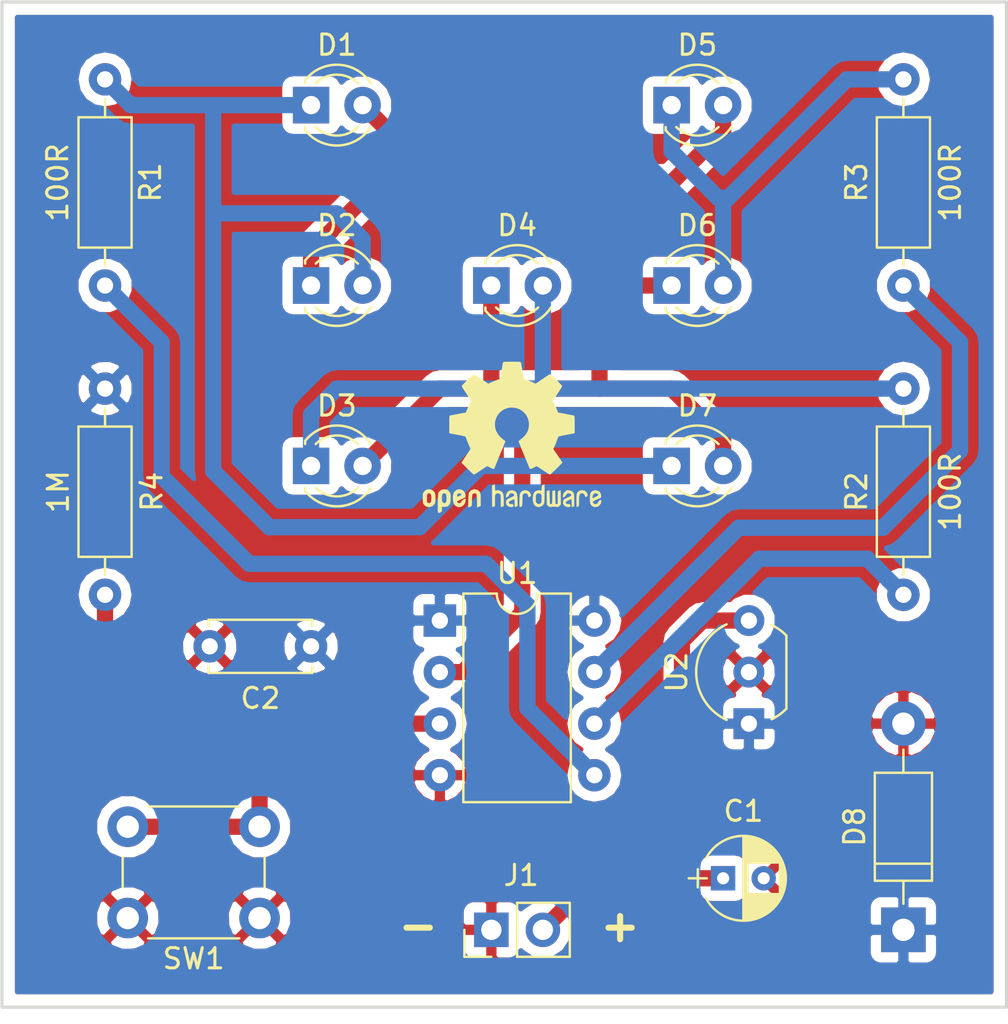
<source format=kicad_pcb>
(kicad_pcb (version 4) (host pcbnew 4.0.7)

  (general
    (links 0)
    (no_connects 0)
    (area 103.862452 87.7005 153.542454 137.380502)
    (thickness 1.6)
    (drawings 10)
    (tracks 83)
    (zones 0)
    (modules 19)
    (nets 12)
  )

  (page A4)
  (layers
    (0 F.Cu signal)
    (31 B.Cu signal)
    (32 B.Adhes user)
    (33 F.Adhes user)
    (34 B.Paste user)
    (35 F.Paste user)
    (36 B.SilkS user)
    (37 F.SilkS user)
    (38 B.Mask user)
    (39 F.Mask user)
    (40 Dwgs.User user)
    (41 Cmts.User user)
    (42 Eco1.User user)
    (43 Eco2.User user)
    (44 Edge.Cuts user)
    (45 Margin user)
    (46 B.CrtYd user)
    (47 F.CrtYd user)
    (48 B.Fab user)
    (49 F.Fab user)
  )

  (setup
    (last_trace_width 0.8)
    (trace_clearance 0.4)
    (zone_clearance 0.508)
    (zone_45_only no)
    (trace_min 0.2)
    (segment_width 0.2)
    (edge_width 0.15)
    (via_size 0.9)
    (via_drill 0.6)
    (via_min_size 0.4)
    (via_min_drill 0.3)
    (uvia_size 0.3)
    (uvia_drill 0.1)
    (uvias_allowed no)
    (uvia_min_size 0.2)
    (uvia_min_drill 0.1)
    (pcb_text_width 0.3)
    (pcb_text_size 1.5 1.5)
    (mod_edge_width 0.15)
    (mod_text_size 1 1)
    (mod_text_width 0.15)
    (pad_size 1.524 1.524)
    (pad_drill 0.762)
    (pad_to_mask_clearance 0.2)
    (aux_axis_origin 0 0)
    (visible_elements FFFFFF7F)
    (pcbplotparams
      (layerselection 0x00030_80000001)
      (usegerberextensions false)
      (excludeedgelayer true)
      (linewidth 0.100000)
      (plotframeref false)
      (viasonmask false)
      (mode 1)
      (useauxorigin false)
      (hpglpennumber 1)
      (hpglpenspeed 20)
      (hpglpendiameter 15)
      (hpglpenoverlay 2)
      (psnegative false)
      (psa4output false)
      (plotreference true)
      (plotvalue true)
      (plotinvisibletext false)
      (padsonsilk false)
      (subtractmaskfromsilk false)
      (outputformat 1)
      (mirror false)
      (drillshape 1)
      (scaleselection 1)
      (outputdirectory ""))
  )

  (net 0 "")
  (net 1 VCC)
  (net 2 /LED1)
  (net 3 /LED_REF)
  (net 4 /LED2)
  (net 5 /LED3)
  (net 6 GND)
  (net 7 /BTN)
  (net 8 "Net-(C1-Pad1)")
  (net 9 "Net-(D1-Pad1)")
  (net 10 "Net-(D3-Pad1)")
  (net 11 "Net-(D5-Pad1)")

  (net_class Default "This is the default net class."
    (clearance 0.4)
    (trace_width 0.8)
    (via_dia 0.9)
    (via_drill 0.6)
    (uvia_dia 0.3)
    (uvia_drill 0.1)
    (add_net /BTN)
    (add_net /LED1)
    (add_net /LED2)
    (add_net /LED3)
    (add_net /LED_REF)
    (add_net GND)
    (add_net "Net-(C1-Pad1)")
    (add_net "Net-(D1-Pad1)")
    (add_net "Net-(D3-Pad1)")
    (add_net "Net-(D5-Pad1)")
    (add_net VCC)
  )

  (module Housings_DIP:DIP-8_W7.62mm (layer F.Cu) (tedit 59C78D6B) (tstamp 5B903DE8)
    (at 125.527453 118.255501)
    (descr "8-lead though-hole mounted DIP package, row spacing 7.62 mm (300 mils)")
    (tags "THT DIP DIL PDIP 2.54mm 7.62mm 300mil")
    (path /5B902F53)
    (fp_text reference U1 (at 3.81 -2.33) (layer F.SilkS)
      (effects (font (size 1 1) (thickness 0.15)))
    )
    (fp_text value ATTINY13A-PU (at 3.81 9.95) (layer F.Fab)
      (effects (font (size 1 1) (thickness 0.15)))
    )
    (fp_arc (start 3.81 -1.33) (end 2.81 -1.33) (angle -180) (layer F.SilkS) (width 0.12))
    (fp_line (start 1.635 -1.27) (end 6.985 -1.27) (layer F.Fab) (width 0.1))
    (fp_line (start 6.985 -1.27) (end 6.985 8.89) (layer F.Fab) (width 0.1))
    (fp_line (start 6.985 8.89) (end 0.635 8.89) (layer F.Fab) (width 0.1))
    (fp_line (start 0.635 8.89) (end 0.635 -0.27) (layer F.Fab) (width 0.1))
    (fp_line (start 0.635 -0.27) (end 1.635 -1.27) (layer F.Fab) (width 0.1))
    (fp_line (start 2.81 -1.33) (end 1.16 -1.33) (layer F.SilkS) (width 0.12))
    (fp_line (start 1.16 -1.33) (end 1.16 8.95) (layer F.SilkS) (width 0.12))
    (fp_line (start 1.16 8.95) (end 6.46 8.95) (layer F.SilkS) (width 0.12))
    (fp_line (start 6.46 8.95) (end 6.46 -1.33) (layer F.SilkS) (width 0.12))
    (fp_line (start 6.46 -1.33) (end 4.81 -1.33) (layer F.SilkS) (width 0.12))
    (fp_line (start -1.1 -1.55) (end -1.1 9.15) (layer F.CrtYd) (width 0.05))
    (fp_line (start -1.1 9.15) (end 8.7 9.15) (layer F.CrtYd) (width 0.05))
    (fp_line (start 8.7 9.15) (end 8.7 -1.55) (layer F.CrtYd) (width 0.05))
    (fp_line (start 8.7 -1.55) (end -1.1 -1.55) (layer F.CrtYd) (width 0.05))
    (fp_text user %R (at 3.81 3.81) (layer F.Fab)
      (effects (font (size 1 1) (thickness 0.15)))
    )
    (pad 1 thru_hole rect (at 0 0) (size 1.6 1.6) (drill 0.8) (layers *.Cu *.Mask)
      (net 1 VCC))
    (pad 5 thru_hole oval (at 7.62 7.62) (size 1.6 1.6) (drill 0.8) (layers *.Cu *.Mask)
      (net 2 /LED1))
    (pad 2 thru_hole oval (at 0 2.54) (size 1.6 1.6) (drill 0.8) (layers *.Cu *.Mask)
      (net 3 /LED_REF))
    (pad 6 thru_hole oval (at 7.62 5.08) (size 1.6 1.6) (drill 0.8) (layers *.Cu *.Mask)
      (net 4 /LED2))
    (pad 3 thru_hole oval (at 0 5.08) (size 1.6 1.6) (drill 0.8) (layers *.Cu *.Mask)
      (net 7 /BTN))
    (pad 7 thru_hole oval (at 7.62 2.54) (size 1.6 1.6) (drill 0.8) (layers *.Cu *.Mask)
      (net 5 /LED3))
    (pad 4 thru_hole oval (at 0 7.62) (size 1.6 1.6) (drill 0.8) (layers *.Cu *.Mask)
      (net 6 GND))
    (pad 8 thru_hole oval (at 7.62 0) (size 1.6 1.6) (drill 0.8) (layers *.Cu *.Mask)
      (net 1 VCC))
    (model ${KISYS3DMOD}/Housings_DIP.3dshapes/DIP-8_W7.62mm.wrl
      (at (xyz 0 0 0))
      (scale (xyz 1 1 1))
      (rotate (xyz 0 0 0))
    )
  )

  (module Buttons_Switches_THT:SW_PUSH_6mm (layer F.Cu) (tedit 5923F252) (tstamp 5B904793)
    (at 116.637453 132.915501 180)
    (descr https://www.omron.com/ecb/products/pdf/en-b3f.pdf)
    (tags "tact sw push 6mm")
    (path /5B907217)
    (fp_text reference SW1 (at 3.25 -2 180) (layer F.SilkS)
      (effects (font (size 1 1) (thickness 0.15)))
    )
    (fp_text value SW_Push (at 3.75 6.7 180) (layer F.Fab)
      (effects (font (size 1 1) (thickness 0.15)))
    )
    (fp_text user %R (at 3.25 2.25 180) (layer F.Fab)
      (effects (font (size 1 1) (thickness 0.15)))
    )
    (fp_line (start 3.25 -0.75) (end 6.25 -0.75) (layer F.Fab) (width 0.1))
    (fp_line (start 6.25 -0.75) (end 6.25 5.25) (layer F.Fab) (width 0.1))
    (fp_line (start 6.25 5.25) (end 0.25 5.25) (layer F.Fab) (width 0.1))
    (fp_line (start 0.25 5.25) (end 0.25 -0.75) (layer F.Fab) (width 0.1))
    (fp_line (start 0.25 -0.75) (end 3.25 -0.75) (layer F.Fab) (width 0.1))
    (fp_line (start 7.75 6) (end 8 6) (layer F.CrtYd) (width 0.05))
    (fp_line (start 8 6) (end 8 5.75) (layer F.CrtYd) (width 0.05))
    (fp_line (start 7.75 -1.5) (end 8 -1.5) (layer F.CrtYd) (width 0.05))
    (fp_line (start 8 -1.5) (end 8 -1.25) (layer F.CrtYd) (width 0.05))
    (fp_line (start -1.5 -1.25) (end -1.5 -1.5) (layer F.CrtYd) (width 0.05))
    (fp_line (start -1.5 -1.5) (end -1.25 -1.5) (layer F.CrtYd) (width 0.05))
    (fp_line (start -1.5 5.75) (end -1.5 6) (layer F.CrtYd) (width 0.05))
    (fp_line (start -1.5 6) (end -1.25 6) (layer F.CrtYd) (width 0.05))
    (fp_line (start -1.25 -1.5) (end 7.75 -1.5) (layer F.CrtYd) (width 0.05))
    (fp_line (start -1.5 5.75) (end -1.5 -1.25) (layer F.CrtYd) (width 0.05))
    (fp_line (start 7.75 6) (end -1.25 6) (layer F.CrtYd) (width 0.05))
    (fp_line (start 8 -1.25) (end 8 5.75) (layer F.CrtYd) (width 0.05))
    (fp_line (start 1 5.5) (end 5.5 5.5) (layer F.SilkS) (width 0.12))
    (fp_line (start -0.25 1.5) (end -0.25 3) (layer F.SilkS) (width 0.12))
    (fp_line (start 5.5 -1) (end 1 -1) (layer F.SilkS) (width 0.12))
    (fp_line (start 6.75 3) (end 6.75 1.5) (layer F.SilkS) (width 0.12))
    (fp_circle (center 3.25 2.25) (end 1.25 2.5) (layer F.Fab) (width 0.1))
    (pad 2 thru_hole circle (at 0 4.5 270) (size 2 2) (drill 1.1) (layers *.Cu *.Mask)
      (net 7 /BTN))
    (pad 1 thru_hole circle (at 0 0 270) (size 2 2) (drill 1.1) (layers *.Cu *.Mask)
      (net 6 GND))
    (pad 2 thru_hole circle (at 6.5 4.5 270) (size 2 2) (drill 1.1) (layers *.Cu *.Mask)
      (net 7 /BTN))
    (pad 1 thru_hole circle (at 6.5 0 270) (size 2 2) (drill 1.1) (layers *.Cu *.Mask)
      (net 6 GND))
    (model ${KISYS3DMOD}/Buttons_Switches_THT.3dshapes/SW_PUSH_6mm.wrl
      (at (xyz 0.005 0 0))
      (scale (xyz 0.3937 0.3937 0.3937))
      (rotate (xyz 0 0 0))
    )
  )

  (module Capacitors_THT:C_Disc_D5.0mm_W2.5mm_P5.00mm (layer F.Cu) (tedit 597BC7C2) (tstamp 5B90651F)
    (at 119.177453 119.525501 180)
    (descr "C, Disc series, Radial, pin pitch=5.00mm, , diameter*width=5*2.5mm^2, Capacitor, http://cdn-reichelt.de/documents/datenblatt/B300/DS_KERKO_TC.pdf")
    (tags "C Disc series Radial pin pitch 5.00mm  diameter 5mm width 2.5mm Capacitor")
    (path /5B906429)
    (fp_text reference C2 (at 2.5 -2.56 180) (layer F.SilkS)
      (effects (font (size 1 1) (thickness 0.15)))
    )
    (fp_text value 0.1uF (at 2.5 2.56 180) (layer F.Fab)
      (effects (font (size 1 1) (thickness 0.15)))
    )
    (fp_line (start 0 -1.25) (end 0 1.25) (layer F.Fab) (width 0.1))
    (fp_line (start 0 1.25) (end 5 1.25) (layer F.Fab) (width 0.1))
    (fp_line (start 5 1.25) (end 5 -1.25) (layer F.Fab) (width 0.1))
    (fp_line (start 5 -1.25) (end 0 -1.25) (layer F.Fab) (width 0.1))
    (fp_line (start -0.06 -1.31) (end 5.06 -1.31) (layer F.SilkS) (width 0.12))
    (fp_line (start -0.06 1.31) (end 5.06 1.31) (layer F.SilkS) (width 0.12))
    (fp_line (start -0.06 -1.31) (end -0.06 -0.996) (layer F.SilkS) (width 0.12))
    (fp_line (start -0.06 0.996) (end -0.06 1.31) (layer F.SilkS) (width 0.12))
    (fp_line (start 5.06 -1.31) (end 5.06 -0.996) (layer F.SilkS) (width 0.12))
    (fp_line (start 5.06 0.996) (end 5.06 1.31) (layer F.SilkS) (width 0.12))
    (fp_line (start -1.05 -1.6) (end -1.05 1.6) (layer F.CrtYd) (width 0.05))
    (fp_line (start -1.05 1.6) (end 6.05 1.6) (layer F.CrtYd) (width 0.05))
    (fp_line (start 6.05 1.6) (end 6.05 -1.6) (layer F.CrtYd) (width 0.05))
    (fp_line (start 6.05 -1.6) (end -1.05 -1.6) (layer F.CrtYd) (width 0.05))
    (fp_text user %R (at 2.5 0 180) (layer F.Fab)
      (effects (font (size 1 1) (thickness 0.15)))
    )
    (pad 1 thru_hole circle (at 0 0 180) (size 1.6 1.6) (drill 0.8) (layers *.Cu *.Mask)
      (net 1 VCC))
    (pad 2 thru_hole circle (at 5 0 180) (size 1.6 1.6) (drill 0.8) (layers *.Cu *.Mask)
      (net 6 GND))
    (model ${KISYS3DMOD}/Capacitors_THT.3dshapes/C_Disc_D5.0mm_W2.5mm_P5.00mm.wrl
      (at (xyz 0 0 0))
      (scale (xyz 1 1 1))
      (rotate (xyz 0 0 0))
    )
  )

  (module Diodes_THT:D_DO-41_SOD81_P10.16mm_Horizontal (layer F.Cu) (tedit 5921392F) (tstamp 5B916FBA)
    (at 148.387453 133.495501 90)
    (descr "D, DO-41_SOD81 series, Axial, Horizontal, pin pitch=10.16mm, , length*diameter=5.2*2.7mm^2, , http://www.diodes.com/_files/packages/DO-41%20(Plastic).pdf")
    (tags "D DO-41_SOD81 series Axial Horizontal pin pitch 10.16mm  length 5.2mm diameter 2.7mm")
    (path /5B908914)
    (fp_text reference D8 (at 5.08 -2.41 90) (layer F.SilkS)
      (effects (font (size 1 1) (thickness 0.15)))
    )
    (fp_text value D (at 5.08 2.41 90) (layer F.Fab)
      (effects (font (size 1 1) (thickness 0.15)))
    )
    (fp_text user %R (at 5.08 0 90) (layer F.Fab)
      (effects (font (size 1 1) (thickness 0.15)))
    )
    (fp_line (start 2.48 -1.35) (end 2.48 1.35) (layer F.Fab) (width 0.1))
    (fp_line (start 2.48 1.35) (end 7.68 1.35) (layer F.Fab) (width 0.1))
    (fp_line (start 7.68 1.35) (end 7.68 -1.35) (layer F.Fab) (width 0.1))
    (fp_line (start 7.68 -1.35) (end 2.48 -1.35) (layer F.Fab) (width 0.1))
    (fp_line (start 0 0) (end 2.48 0) (layer F.Fab) (width 0.1))
    (fp_line (start 10.16 0) (end 7.68 0) (layer F.Fab) (width 0.1))
    (fp_line (start 3.26 -1.35) (end 3.26 1.35) (layer F.Fab) (width 0.1))
    (fp_line (start 2.42 -1.41) (end 2.42 1.41) (layer F.SilkS) (width 0.12))
    (fp_line (start 2.42 1.41) (end 7.74 1.41) (layer F.SilkS) (width 0.12))
    (fp_line (start 7.74 1.41) (end 7.74 -1.41) (layer F.SilkS) (width 0.12))
    (fp_line (start 7.74 -1.41) (end 2.42 -1.41) (layer F.SilkS) (width 0.12))
    (fp_line (start 1.28 0) (end 2.42 0) (layer F.SilkS) (width 0.12))
    (fp_line (start 8.88 0) (end 7.74 0) (layer F.SilkS) (width 0.12))
    (fp_line (start 3.26 -1.41) (end 3.26 1.41) (layer F.SilkS) (width 0.12))
    (fp_line (start -1.35 -1.7) (end -1.35 1.7) (layer F.CrtYd) (width 0.05))
    (fp_line (start -1.35 1.7) (end 11.55 1.7) (layer F.CrtYd) (width 0.05))
    (fp_line (start 11.55 1.7) (end 11.55 -1.7) (layer F.CrtYd) (width 0.05))
    (fp_line (start 11.55 -1.7) (end -1.35 -1.7) (layer F.CrtYd) (width 0.05))
    (pad 1 thru_hole rect (at 0 0 90) (size 2.2 2.2) (drill 1.1) (layers *.Cu *.Mask)
      (net 1 VCC))
    (pad 2 thru_hole oval (at 10.16 0 90) (size 2.2 2.2) (drill 1.1) (layers *.Cu *.Mask)
      (net 6 GND))
    (model ${KISYS3DMOD}/Diodes_THT.3dshapes/D_DO-41_SOD81_P10.16mm_Horizontal.wrl
      (at (xyz 0 0 0))
      (scale (xyz 0.393701 0.393701 0.393701))
      (rotate (xyz 0 0 0))
    )
  )

  (module Resistors_THT:R_Axial_DIN0207_L6.3mm_D2.5mm_P10.16mm_Horizontal (layer F.Cu) (tedit 5B96B522) (tstamp 5B9170C7)
    (at 148.387453 101.745501 90)
    (descr "Resistor, Axial_DIN0207 series, Axial, Horizontal, pin pitch=10.16mm, 0.25W = 1/4W, length*diameter=6.3*2.5mm^2, http://cdn-reichelt.de/documents/datenblatt/B400/1_4W%23YAG.pdf")
    (tags "Resistor Axial_DIN0207 series Axial Horizontal pin pitch 10.16mm 0.25W = 1/4W length 6.3mm diameter 2.5mm")
    (path /5B969FC8)
    (fp_text reference R3 (at 5.08 -2.31 90) (layer F.SilkS)
      (effects (font (size 1 1) (thickness 0.15)))
    )
    (fp_text value 100R (at 5.08 2.31 90) (layer F.SilkS)
      (effects (font (size 1 1) (thickness 0.15)))
    )
    (fp_line (start 1.93 -1.25) (end 1.93 1.25) (layer F.Fab) (width 0.1))
    (fp_line (start 1.93 1.25) (end 8.23 1.25) (layer F.Fab) (width 0.1))
    (fp_line (start 8.23 1.25) (end 8.23 -1.25) (layer F.Fab) (width 0.1))
    (fp_line (start 8.23 -1.25) (end 1.93 -1.25) (layer F.Fab) (width 0.1))
    (fp_line (start 0 0) (end 1.93 0) (layer F.Fab) (width 0.1))
    (fp_line (start 10.16 0) (end 8.23 0) (layer F.Fab) (width 0.1))
    (fp_line (start 1.87 -1.31) (end 1.87 1.31) (layer F.SilkS) (width 0.12))
    (fp_line (start 1.87 1.31) (end 8.29 1.31) (layer F.SilkS) (width 0.12))
    (fp_line (start 8.29 1.31) (end 8.29 -1.31) (layer F.SilkS) (width 0.12))
    (fp_line (start 8.29 -1.31) (end 1.87 -1.31) (layer F.SilkS) (width 0.12))
    (fp_line (start 0.98 0) (end 1.87 0) (layer F.SilkS) (width 0.12))
    (fp_line (start 9.18 0) (end 8.29 0) (layer F.SilkS) (width 0.12))
    (fp_line (start -1.05 -1.6) (end -1.05 1.6) (layer F.CrtYd) (width 0.05))
    (fp_line (start -1.05 1.6) (end 11.25 1.6) (layer F.CrtYd) (width 0.05))
    (fp_line (start 11.25 1.6) (end 11.25 -1.6) (layer F.CrtYd) (width 0.05))
    (fp_line (start 11.25 -1.6) (end -1.05 -1.6) (layer F.CrtYd) (width 0.05))
    (pad 1 thru_hole circle (at 0 0 90) (size 1.6 1.6) (drill 0.8) (layers *.Cu *.Mask)
      (net 5 /LED3))
    (pad 2 thru_hole oval (at 10.16 0 90) (size 1.6 1.6) (drill 0.8) (layers *.Cu *.Mask)
      (net 11 "Net-(D5-Pad1)"))
    (model ${KISYS3DMOD}/Resistors_THT.3dshapes/R_Axial_DIN0207_L6.3mm_D2.5mm_P10.16mm_Horizontal.wrl
      (at (xyz 0 0 0))
      (scale (xyz 0.393701 0.393701 0.393701))
      (rotate (xyz 0 0 0))
    )
  )

  (module Resistors_THT:R_Axial_DIN0207_L6.3mm_D2.5mm_P10.16mm_Horizontal (layer F.Cu) (tedit 5B96B4BA) (tstamp 5B9170CC)
    (at 109.017453 106.825501 270)
    (descr "Resistor, Axial_DIN0207 series, Axial, Horizontal, pin pitch=10.16mm, 0.25W = 1/4W, length*diameter=6.3*2.5mm^2, http://cdn-reichelt.de/documents/datenblatt/B400/1_4W%23YAG.pdf")
    (tags "Resistor Axial_DIN0207 series Axial Horizontal pin pitch 10.16mm 0.25W = 1/4W length 6.3mm diameter 2.5mm")
    (path /5B9078E2)
    (fp_text reference R4 (at 5.08 -2.31 270) (layer F.SilkS)
      (effects (font (size 1 1) (thickness 0.15)))
    )
    (fp_text value 1M (at 5.08 2.31 270) (layer F.SilkS)
      (effects (font (size 1 1) (thickness 0.15)))
    )
    (fp_line (start 1.93 -1.25) (end 1.93 1.25) (layer F.Fab) (width 0.1))
    (fp_line (start 1.93 1.25) (end 8.23 1.25) (layer F.Fab) (width 0.1))
    (fp_line (start 8.23 1.25) (end 8.23 -1.25) (layer F.Fab) (width 0.1))
    (fp_line (start 8.23 -1.25) (end 1.93 -1.25) (layer F.Fab) (width 0.1))
    (fp_line (start 0 0) (end 1.93 0) (layer F.Fab) (width 0.1))
    (fp_line (start 10.16 0) (end 8.23 0) (layer F.Fab) (width 0.1))
    (fp_line (start 1.87 -1.31) (end 1.87 1.31) (layer F.SilkS) (width 0.12))
    (fp_line (start 1.87 1.31) (end 8.29 1.31) (layer F.SilkS) (width 0.12))
    (fp_line (start 8.29 1.31) (end 8.29 -1.31) (layer F.SilkS) (width 0.12))
    (fp_line (start 8.29 -1.31) (end 1.87 -1.31) (layer F.SilkS) (width 0.12))
    (fp_line (start 0.98 0) (end 1.87 0) (layer F.SilkS) (width 0.12))
    (fp_line (start 9.18 0) (end 8.29 0) (layer F.SilkS) (width 0.12))
    (fp_line (start -1.05 -1.6) (end -1.05 1.6) (layer F.CrtYd) (width 0.05))
    (fp_line (start -1.05 1.6) (end 11.25 1.6) (layer F.CrtYd) (width 0.05))
    (fp_line (start 11.25 1.6) (end 11.25 -1.6) (layer F.CrtYd) (width 0.05))
    (fp_line (start 11.25 -1.6) (end -1.05 -1.6) (layer F.CrtYd) (width 0.05))
    (pad 1 thru_hole circle (at 0 0 270) (size 1.6 1.6) (drill 0.8) (layers *.Cu *.Mask)
      (net 1 VCC))
    (pad 2 thru_hole oval (at 10.16 0 270) (size 1.6 1.6) (drill 0.8) (layers *.Cu *.Mask)
      (net 7 /BTN))
    (model ${KISYS3DMOD}/Resistors_THT.3dshapes/R_Axial_DIN0207_L6.3mm_D2.5mm_P10.16mm_Horizontal.wrl
      (at (xyz 0 0 0))
      (scale (xyz 0.393701 0.393701 0.393701))
      (rotate (xyz 0 0 0))
    )
  )

  (module Pin_Headers:Pin_Header_Straight_1x02_Pitch2.54mm (layer F.Cu) (tedit 59650532) (tstamp 5B91823E)
    (at 128.067453 133.495501 90)
    (descr "Through hole straight pin header, 1x02, 2.54mm pitch, single row")
    (tags "Through hole pin header THT 1x02 2.54mm single row")
    (path /5B918DEB)
    (fp_text reference J1 (at 2.685501 1.472547 180) (layer F.SilkS)
      (effects (font (size 1 1) (thickness 0.15)))
    )
    (fp_text value Conn_01x02 (at 0 4.87 90) (layer F.Fab)
      (effects (font (size 1 1) (thickness 0.15)))
    )
    (fp_line (start -0.635 -1.27) (end 1.27 -1.27) (layer F.Fab) (width 0.1))
    (fp_line (start 1.27 -1.27) (end 1.27 3.81) (layer F.Fab) (width 0.1))
    (fp_line (start 1.27 3.81) (end -1.27 3.81) (layer F.Fab) (width 0.1))
    (fp_line (start -1.27 3.81) (end -1.27 -0.635) (layer F.Fab) (width 0.1))
    (fp_line (start -1.27 -0.635) (end -0.635 -1.27) (layer F.Fab) (width 0.1))
    (fp_line (start -1.33 3.87) (end 1.33 3.87) (layer F.SilkS) (width 0.12))
    (fp_line (start -1.33 1.27) (end -1.33 3.87) (layer F.SilkS) (width 0.12))
    (fp_line (start 1.33 1.27) (end 1.33 3.87) (layer F.SilkS) (width 0.12))
    (fp_line (start -1.33 1.27) (end 1.33 1.27) (layer F.SilkS) (width 0.12))
    (fp_line (start -1.33 0) (end -1.33 -1.33) (layer F.SilkS) (width 0.12))
    (fp_line (start -1.33 -1.33) (end 0 -1.33) (layer F.SilkS) (width 0.12))
    (fp_line (start -1.8 -1.8) (end -1.8 4.35) (layer F.CrtYd) (width 0.05))
    (fp_line (start -1.8 4.35) (end 1.8 4.35) (layer F.CrtYd) (width 0.05))
    (fp_line (start 1.8 4.35) (end 1.8 -1.8) (layer F.CrtYd) (width 0.05))
    (fp_line (start 1.8 -1.8) (end -1.8 -1.8) (layer F.CrtYd) (width 0.05))
    (fp_text user %R (at 0 1.27 270) (layer F.Fab)
      (effects (font (size 1 1) (thickness 0.15)))
    )
    (pad 1 thru_hole rect (at 0 0 90) (size 1.7 1.7) (drill 1) (layers *.Cu *.Mask)
      (net 6 GND))
    (pad 2 thru_hole oval (at 0 2.54 90) (size 1.7 1.7) (drill 1) (layers *.Cu *.Mask)
      (net 8 "Net-(C1-Pad1)"))
    (model ${KISYS3DMOD}/Pin_Headers.3dshapes/Pin_Header_Straight_1x02_Pitch2.54mm.wrl
      (at (xyz 0 0 0))
      (scale (xyz 1 1 1))
      (rotate (xyz 0 0 0))
    )
  )

  (module LEDs:LED_D3.0mm (layer F.Cu) (tedit 587A3A7B) (tstamp 5B969D5A)
    (at 119.177453 92.855501)
    (descr "LED, diameter 3.0mm, 2 pins")
    (tags "LED diameter 3.0mm 2 pins")
    (path /5B9041A9)
    (fp_text reference D1 (at 1.27 -2.96) (layer F.SilkS)
      (effects (font (size 1 1) (thickness 0.15)))
    )
    (fp_text value LED (at 1.27 2.96) (layer F.Fab)
      (effects (font (size 1 1) (thickness 0.15)))
    )
    (fp_arc (start 1.27 0) (end -0.23 -1.16619) (angle 284.3) (layer F.Fab) (width 0.1))
    (fp_arc (start 1.27 0) (end -0.29 -1.235516) (angle 108.8) (layer F.SilkS) (width 0.12))
    (fp_arc (start 1.27 0) (end -0.29 1.235516) (angle -108.8) (layer F.SilkS) (width 0.12))
    (fp_arc (start 1.27 0) (end 0.229039 -1.08) (angle 87.9) (layer F.SilkS) (width 0.12))
    (fp_arc (start 1.27 0) (end 0.229039 1.08) (angle -87.9) (layer F.SilkS) (width 0.12))
    (fp_circle (center 1.27 0) (end 2.77 0) (layer F.Fab) (width 0.1))
    (fp_line (start -0.23 -1.16619) (end -0.23 1.16619) (layer F.Fab) (width 0.1))
    (fp_line (start -0.29 -1.236) (end -0.29 -1.08) (layer F.SilkS) (width 0.12))
    (fp_line (start -0.29 1.08) (end -0.29 1.236) (layer F.SilkS) (width 0.12))
    (fp_line (start -1.15 -2.25) (end -1.15 2.25) (layer F.CrtYd) (width 0.05))
    (fp_line (start -1.15 2.25) (end 3.7 2.25) (layer F.CrtYd) (width 0.05))
    (fp_line (start 3.7 2.25) (end 3.7 -2.25) (layer F.CrtYd) (width 0.05))
    (fp_line (start 3.7 -2.25) (end -1.15 -2.25) (layer F.CrtYd) (width 0.05))
    (pad 1 thru_hole rect (at 0 0) (size 1.8 1.8) (drill 0.9) (layers *.Cu *.Mask)
      (net 9 "Net-(D1-Pad1)"))
    (pad 2 thru_hole circle (at 2.54 0) (size 1.8 1.8) (drill 0.9) (layers *.Cu *.Mask)
      (net 3 /LED_REF))
    (model ${KISYS3DMOD}/LEDs.3dshapes/LED_D3.0mm.wrl
      (at (xyz 0 0 0))
      (scale (xyz 0.393701 0.393701 0.393701))
      (rotate (xyz 0 0 0))
    )
  )

  (module LEDs:LED_D3.0mm (layer F.Cu) (tedit 587A3A7B) (tstamp 5B969D5F)
    (at 119.177453 101.745501)
    (descr "LED, diameter 3.0mm, 2 pins")
    (tags "LED diameter 3.0mm 2 pins")
    (path /5B904312)
    (fp_text reference D2 (at 1.27 -2.96) (layer F.SilkS)
      (effects (font (size 1 1) (thickness 0.15)))
    )
    (fp_text value LED (at 1.27 2.96) (layer F.Fab)
      (effects (font (size 1 1) (thickness 0.15)))
    )
    (fp_arc (start 1.27 0) (end -0.23 -1.16619) (angle 284.3) (layer F.Fab) (width 0.1))
    (fp_arc (start 1.27 0) (end -0.29 -1.235516) (angle 108.8) (layer F.SilkS) (width 0.12))
    (fp_arc (start 1.27 0) (end -0.29 1.235516) (angle -108.8) (layer F.SilkS) (width 0.12))
    (fp_arc (start 1.27 0) (end 0.229039 -1.08) (angle 87.9) (layer F.SilkS) (width 0.12))
    (fp_arc (start 1.27 0) (end 0.229039 1.08) (angle -87.9) (layer F.SilkS) (width 0.12))
    (fp_circle (center 1.27 0) (end 2.77 0) (layer F.Fab) (width 0.1))
    (fp_line (start -0.23 -1.16619) (end -0.23 1.16619) (layer F.Fab) (width 0.1))
    (fp_line (start -0.29 -1.236) (end -0.29 -1.08) (layer F.SilkS) (width 0.12))
    (fp_line (start -0.29 1.08) (end -0.29 1.236) (layer F.SilkS) (width 0.12))
    (fp_line (start -1.15 -2.25) (end -1.15 2.25) (layer F.CrtYd) (width 0.05))
    (fp_line (start -1.15 2.25) (end 3.7 2.25) (layer F.CrtYd) (width 0.05))
    (fp_line (start 3.7 2.25) (end 3.7 -2.25) (layer F.CrtYd) (width 0.05))
    (fp_line (start 3.7 -2.25) (end -1.15 -2.25) (layer F.CrtYd) (width 0.05))
    (pad 1 thru_hole rect (at 0 0) (size 1.8 1.8) (drill 0.9) (layers *.Cu *.Mask)
      (net 3 /LED_REF))
    (pad 2 thru_hole circle (at 2.54 0) (size 1.8 1.8) (drill 0.9) (layers *.Cu *.Mask)
      (net 9 "Net-(D1-Pad1)"))
    (model ${KISYS3DMOD}/LEDs.3dshapes/LED_D3.0mm.wrl
      (at (xyz 0 0 0))
      (scale (xyz 0.393701 0.393701 0.393701))
      (rotate (xyz 0 0 0))
    )
  )

  (module LEDs:LED_D3.0mm (layer F.Cu) (tedit 587A3A7B) (tstamp 5B969D64)
    (at 119.177453 110.635501)
    (descr "LED, diameter 3.0mm, 2 pins")
    (tags "LED diameter 3.0mm 2 pins")
    (path /5B904351)
    (fp_text reference D3 (at 1.27 -2.96) (layer F.SilkS)
      (effects (font (size 1 1) (thickness 0.15)))
    )
    (fp_text value LED (at 1.27 2.96) (layer F.Fab)
      (effects (font (size 1 1) (thickness 0.15)))
    )
    (fp_arc (start 1.27 0) (end -0.23 -1.16619) (angle 284.3) (layer F.Fab) (width 0.1))
    (fp_arc (start 1.27 0) (end -0.29 -1.235516) (angle 108.8) (layer F.SilkS) (width 0.12))
    (fp_arc (start 1.27 0) (end -0.29 1.235516) (angle -108.8) (layer F.SilkS) (width 0.12))
    (fp_arc (start 1.27 0) (end 0.229039 -1.08) (angle 87.9) (layer F.SilkS) (width 0.12))
    (fp_arc (start 1.27 0) (end 0.229039 1.08) (angle -87.9) (layer F.SilkS) (width 0.12))
    (fp_circle (center 1.27 0) (end 2.77 0) (layer F.Fab) (width 0.1))
    (fp_line (start -0.23 -1.16619) (end -0.23 1.16619) (layer F.Fab) (width 0.1))
    (fp_line (start -0.29 -1.236) (end -0.29 -1.08) (layer F.SilkS) (width 0.12))
    (fp_line (start -0.29 1.08) (end -0.29 1.236) (layer F.SilkS) (width 0.12))
    (fp_line (start -1.15 -2.25) (end -1.15 2.25) (layer F.CrtYd) (width 0.05))
    (fp_line (start -1.15 2.25) (end 3.7 2.25) (layer F.CrtYd) (width 0.05))
    (fp_line (start 3.7 2.25) (end 3.7 -2.25) (layer F.CrtYd) (width 0.05))
    (fp_line (start 3.7 -2.25) (end -1.15 -2.25) (layer F.CrtYd) (width 0.05))
    (pad 1 thru_hole rect (at 0 0) (size 1.8 1.8) (drill 0.9) (layers *.Cu *.Mask)
      (net 10 "Net-(D3-Pad1)"))
    (pad 2 thru_hole circle (at 2.54 0) (size 1.8 1.8) (drill 0.9) (layers *.Cu *.Mask)
      (net 3 /LED_REF))
    (model ${KISYS3DMOD}/LEDs.3dshapes/LED_D3.0mm.wrl
      (at (xyz 0 0 0))
      (scale (xyz 0.393701 0.393701 0.393701))
      (rotate (xyz 0 0 0))
    )
  )

  (module LEDs:LED_D3.0mm (layer F.Cu) (tedit 587A3A7B) (tstamp 5B969D69)
    (at 128.067453 101.745501)
    (descr "LED, diameter 3.0mm, 2 pins")
    (tags "LED diameter 3.0mm 2 pins")
    (path /5B904397)
    (fp_text reference D4 (at 1.27 -2.96) (layer F.SilkS)
      (effects (font (size 1 1) (thickness 0.15)))
    )
    (fp_text value LED (at 1.27 2.96) (layer F.Fab)
      (effects (font (size 1 1) (thickness 0.15)))
    )
    (fp_arc (start 1.27 0) (end -0.23 -1.16619) (angle 284.3) (layer F.Fab) (width 0.1))
    (fp_arc (start 1.27 0) (end -0.29 -1.235516) (angle 108.8) (layer F.SilkS) (width 0.12))
    (fp_arc (start 1.27 0) (end -0.29 1.235516) (angle -108.8) (layer F.SilkS) (width 0.12))
    (fp_arc (start 1.27 0) (end 0.229039 -1.08) (angle 87.9) (layer F.SilkS) (width 0.12))
    (fp_arc (start 1.27 0) (end 0.229039 1.08) (angle -87.9) (layer F.SilkS) (width 0.12))
    (fp_circle (center 1.27 0) (end 2.77 0) (layer F.Fab) (width 0.1))
    (fp_line (start -0.23 -1.16619) (end -0.23 1.16619) (layer F.Fab) (width 0.1))
    (fp_line (start -0.29 -1.236) (end -0.29 -1.08) (layer F.SilkS) (width 0.12))
    (fp_line (start -0.29 1.08) (end -0.29 1.236) (layer F.SilkS) (width 0.12))
    (fp_line (start -1.15 -2.25) (end -1.15 2.25) (layer F.CrtYd) (width 0.05))
    (fp_line (start -1.15 2.25) (end 3.7 2.25) (layer F.CrtYd) (width 0.05))
    (fp_line (start 3.7 2.25) (end 3.7 -2.25) (layer F.CrtYd) (width 0.05))
    (fp_line (start 3.7 -2.25) (end -1.15 -2.25) (layer F.CrtYd) (width 0.05))
    (pad 1 thru_hole rect (at 0 0) (size 1.8 1.8) (drill 0.9) (layers *.Cu *.Mask)
      (net 3 /LED_REF))
    (pad 2 thru_hole circle (at 2.54 0) (size 1.8 1.8) (drill 0.9) (layers *.Cu *.Mask)
      (net 10 "Net-(D3-Pad1)"))
    (model ${KISYS3DMOD}/LEDs.3dshapes/LED_D3.0mm.wrl
      (at (xyz 0 0 0))
      (scale (xyz 0.393701 0.393701 0.393701))
      (rotate (xyz 0 0 0))
    )
  )

  (module LEDs:LED_D3.0mm (layer F.Cu) (tedit 587A3A7B) (tstamp 5B969D6E)
    (at 136.957453 92.855501)
    (descr "LED, diameter 3.0mm, 2 pins")
    (tags "LED diameter 3.0mm 2 pins")
    (path /5B9043D0)
    (fp_text reference D5 (at 1.27 -2.96) (layer F.SilkS)
      (effects (font (size 1 1) (thickness 0.15)))
    )
    (fp_text value LED (at 1.27 2.96) (layer F.Fab)
      (effects (font (size 1 1) (thickness 0.15)))
    )
    (fp_arc (start 1.27 0) (end -0.23 -1.16619) (angle 284.3) (layer F.Fab) (width 0.1))
    (fp_arc (start 1.27 0) (end -0.29 -1.235516) (angle 108.8) (layer F.SilkS) (width 0.12))
    (fp_arc (start 1.27 0) (end -0.29 1.235516) (angle -108.8) (layer F.SilkS) (width 0.12))
    (fp_arc (start 1.27 0) (end 0.229039 -1.08) (angle 87.9) (layer F.SilkS) (width 0.12))
    (fp_arc (start 1.27 0) (end 0.229039 1.08) (angle -87.9) (layer F.SilkS) (width 0.12))
    (fp_circle (center 1.27 0) (end 2.77 0) (layer F.Fab) (width 0.1))
    (fp_line (start -0.23 -1.16619) (end -0.23 1.16619) (layer F.Fab) (width 0.1))
    (fp_line (start -0.29 -1.236) (end -0.29 -1.08) (layer F.SilkS) (width 0.12))
    (fp_line (start -0.29 1.08) (end -0.29 1.236) (layer F.SilkS) (width 0.12))
    (fp_line (start -1.15 -2.25) (end -1.15 2.25) (layer F.CrtYd) (width 0.05))
    (fp_line (start -1.15 2.25) (end 3.7 2.25) (layer F.CrtYd) (width 0.05))
    (fp_line (start 3.7 2.25) (end 3.7 -2.25) (layer F.CrtYd) (width 0.05))
    (fp_line (start 3.7 -2.25) (end -1.15 -2.25) (layer F.CrtYd) (width 0.05))
    (pad 1 thru_hole rect (at 0 0) (size 1.8 1.8) (drill 0.9) (layers *.Cu *.Mask)
      (net 11 "Net-(D5-Pad1)"))
    (pad 2 thru_hole circle (at 2.54 0) (size 1.8 1.8) (drill 0.9) (layers *.Cu *.Mask)
      (net 3 /LED_REF))
    (model ${KISYS3DMOD}/LEDs.3dshapes/LED_D3.0mm.wrl
      (at (xyz 0 0 0))
      (scale (xyz 0.393701 0.393701 0.393701))
      (rotate (xyz 0 0 0))
    )
  )

  (module LEDs:LED_D3.0mm (layer F.Cu) (tedit 587A3A7B) (tstamp 5B969D73)
    (at 136.957453 101.745501)
    (descr "LED, diameter 3.0mm, 2 pins")
    (tags "LED diameter 3.0mm 2 pins")
    (path /5B90443C)
    (fp_text reference D6 (at 1.27 -2.96) (layer F.SilkS)
      (effects (font (size 1 1) (thickness 0.15)))
    )
    (fp_text value LED (at 1.27 2.96) (layer F.Fab)
      (effects (font (size 1 1) (thickness 0.15)))
    )
    (fp_arc (start 1.27 0) (end -0.23 -1.16619) (angle 284.3) (layer F.Fab) (width 0.1))
    (fp_arc (start 1.27 0) (end -0.29 -1.235516) (angle 108.8) (layer F.SilkS) (width 0.12))
    (fp_arc (start 1.27 0) (end -0.29 1.235516) (angle -108.8) (layer F.SilkS) (width 0.12))
    (fp_arc (start 1.27 0) (end 0.229039 -1.08) (angle 87.9) (layer F.SilkS) (width 0.12))
    (fp_arc (start 1.27 0) (end 0.229039 1.08) (angle -87.9) (layer F.SilkS) (width 0.12))
    (fp_circle (center 1.27 0) (end 2.77 0) (layer F.Fab) (width 0.1))
    (fp_line (start -0.23 -1.16619) (end -0.23 1.16619) (layer F.Fab) (width 0.1))
    (fp_line (start -0.29 -1.236) (end -0.29 -1.08) (layer F.SilkS) (width 0.12))
    (fp_line (start -0.29 1.08) (end -0.29 1.236) (layer F.SilkS) (width 0.12))
    (fp_line (start -1.15 -2.25) (end -1.15 2.25) (layer F.CrtYd) (width 0.05))
    (fp_line (start -1.15 2.25) (end 3.7 2.25) (layer F.CrtYd) (width 0.05))
    (fp_line (start 3.7 2.25) (end 3.7 -2.25) (layer F.CrtYd) (width 0.05))
    (fp_line (start 3.7 -2.25) (end -1.15 -2.25) (layer F.CrtYd) (width 0.05))
    (pad 1 thru_hole rect (at 0 0) (size 1.8 1.8) (drill 0.9) (layers *.Cu *.Mask)
      (net 3 /LED_REF))
    (pad 2 thru_hole circle (at 2.54 0) (size 1.8 1.8) (drill 0.9) (layers *.Cu *.Mask)
      (net 11 "Net-(D5-Pad1)"))
    (model ${KISYS3DMOD}/LEDs.3dshapes/LED_D3.0mm.wrl
      (at (xyz 0 0 0))
      (scale (xyz 0.393701 0.393701 0.393701))
      (rotate (xyz 0 0 0))
    )
  )

  (module LEDs:LED_D3.0mm (layer F.Cu) (tedit 587A3A7B) (tstamp 5B969D78)
    (at 136.957453 110.635501)
    (descr "LED, diameter 3.0mm, 2 pins")
    (tags "LED diameter 3.0mm 2 pins")
    (path /5B904422)
    (fp_text reference D7 (at 1.27 -2.96) (layer F.SilkS)
      (effects (font (size 1 1) (thickness 0.15)))
    )
    (fp_text value LED (at 1.27 2.96) (layer F.Fab)
      (effects (font (size 1 1) (thickness 0.15)))
    )
    (fp_arc (start 1.27 0) (end -0.23 -1.16619) (angle 284.3) (layer F.Fab) (width 0.1))
    (fp_arc (start 1.27 0) (end -0.29 -1.235516) (angle 108.8) (layer F.SilkS) (width 0.12))
    (fp_arc (start 1.27 0) (end -0.29 1.235516) (angle -108.8) (layer F.SilkS) (width 0.12))
    (fp_arc (start 1.27 0) (end 0.229039 -1.08) (angle 87.9) (layer F.SilkS) (width 0.12))
    (fp_arc (start 1.27 0) (end 0.229039 1.08) (angle -87.9) (layer F.SilkS) (width 0.12))
    (fp_circle (center 1.27 0) (end 2.77 0) (layer F.Fab) (width 0.1))
    (fp_line (start -0.23 -1.16619) (end -0.23 1.16619) (layer F.Fab) (width 0.1))
    (fp_line (start -0.29 -1.236) (end -0.29 -1.08) (layer F.SilkS) (width 0.12))
    (fp_line (start -0.29 1.08) (end -0.29 1.236) (layer F.SilkS) (width 0.12))
    (fp_line (start -1.15 -2.25) (end -1.15 2.25) (layer F.CrtYd) (width 0.05))
    (fp_line (start -1.15 2.25) (end 3.7 2.25) (layer F.CrtYd) (width 0.05))
    (fp_line (start 3.7 2.25) (end 3.7 -2.25) (layer F.CrtYd) (width 0.05))
    (fp_line (start 3.7 -2.25) (end -1.15 -2.25) (layer F.CrtYd) (width 0.05))
    (pad 1 thru_hole rect (at 0 0) (size 1.8 1.8) (drill 0.9) (layers *.Cu *.Mask)
      (net 9 "Net-(D1-Pad1)"))
    (pad 2 thru_hole circle (at 2.54 0) (size 1.8 1.8) (drill 0.9) (layers *.Cu *.Mask)
      (net 3 /LED_REF))
    (model ${KISYS3DMOD}/LEDs.3dshapes/LED_D3.0mm.wrl
      (at (xyz 0 0 0))
      (scale (xyz 0.393701 0.393701 0.393701))
      (rotate (xyz 0 0 0))
    )
  )

  (module Resistors_THT:R_Axial_DIN0207_L6.3mm_D2.5mm_P10.16mm_Horizontal (layer F.Cu) (tedit 5B96B4B5) (tstamp 5B969D82)
    (at 109.017453 101.745501 90)
    (descr "Resistor, Axial_DIN0207 series, Axial, Horizontal, pin pitch=10.16mm, 0.25W = 1/4W, length*diameter=6.3*2.5mm^2, http://cdn-reichelt.de/documents/datenblatt/B400/1_4W%23YAG.pdf")
    (tags "Resistor Axial_DIN0207 series Axial Horizontal pin pitch 10.16mm 0.25W = 1/4W length 6.3mm diameter 2.5mm")
    (path /5B969D0C)
    (fp_text reference R1 (at 5.08 2.234547 90) (layer F.SilkS)
      (effects (font (size 1 1) (thickness 0.15)))
    )
    (fp_text value 100R (at 5.08 -2.337453 90) (layer F.SilkS)
      (effects (font (size 1 1) (thickness 0.15)))
    )
    (fp_line (start 1.93 -1.25) (end 1.93 1.25) (layer F.Fab) (width 0.1))
    (fp_line (start 1.93 1.25) (end 8.23 1.25) (layer F.Fab) (width 0.1))
    (fp_line (start 8.23 1.25) (end 8.23 -1.25) (layer F.Fab) (width 0.1))
    (fp_line (start 8.23 -1.25) (end 1.93 -1.25) (layer F.Fab) (width 0.1))
    (fp_line (start 0 0) (end 1.93 0) (layer F.Fab) (width 0.1))
    (fp_line (start 10.16 0) (end 8.23 0) (layer F.Fab) (width 0.1))
    (fp_line (start 1.87 -1.31) (end 1.87 1.31) (layer F.SilkS) (width 0.12))
    (fp_line (start 1.87 1.31) (end 8.29 1.31) (layer F.SilkS) (width 0.12))
    (fp_line (start 8.29 1.31) (end 8.29 -1.31) (layer F.SilkS) (width 0.12))
    (fp_line (start 8.29 -1.31) (end 1.87 -1.31) (layer F.SilkS) (width 0.12))
    (fp_line (start 0.98 0) (end 1.87 0) (layer F.SilkS) (width 0.12))
    (fp_line (start 9.18 0) (end 8.29 0) (layer F.SilkS) (width 0.12))
    (fp_line (start -1.05 -1.6) (end -1.05 1.6) (layer F.CrtYd) (width 0.05))
    (fp_line (start -1.05 1.6) (end 11.25 1.6) (layer F.CrtYd) (width 0.05))
    (fp_line (start 11.25 1.6) (end 11.25 -1.6) (layer F.CrtYd) (width 0.05))
    (fp_line (start 11.25 -1.6) (end -1.05 -1.6) (layer F.CrtYd) (width 0.05))
    (pad 1 thru_hole circle (at 0 0 90) (size 1.6 1.6) (drill 0.8) (layers *.Cu *.Mask)
      (net 2 /LED1))
    (pad 2 thru_hole oval (at 10.16 0 90) (size 1.6 1.6) (drill 0.8) (layers *.Cu *.Mask)
      (net 9 "Net-(D1-Pad1)"))
    (model ${KISYS3DMOD}/Resistors_THT.3dshapes/R_Axial_DIN0207_L6.3mm_D2.5mm_P10.16mm_Horizontal.wrl
      (at (xyz 0 0 0))
      (scale (xyz 0.393701 0.393701 0.393701))
      (rotate (xyz 0 0 0))
    )
  )

  (module Resistors_THT:R_Axial_DIN0207_L6.3mm_D2.5mm_P10.16mm_Horizontal (layer F.Cu) (tedit 5B96B526) (tstamp 5B969D88)
    (at 148.387453 116.985501 90)
    (descr "Resistor, Axial_DIN0207 series, Axial, Horizontal, pin pitch=10.16mm, 0.25W = 1/4W, length*diameter=6.3*2.5mm^2, http://cdn-reichelt.de/documents/datenblatt/B400/1_4W%23YAG.pdf")
    (tags "Resistor Axial_DIN0207 series Axial Horizontal pin pitch 10.16mm 0.25W = 1/4W length 6.3mm diameter 2.5mm")
    (path /5B969F3E)
    (fp_text reference R2 (at 5.08 -2.31 90) (layer F.SilkS)
      (effects (font (size 1 1) (thickness 0.15)))
    )
    (fp_text value 100R (at 5.08 2.31 90) (layer F.SilkS)
      (effects (font (size 1 1) (thickness 0.15)))
    )
    (fp_line (start 1.93 -1.25) (end 1.93 1.25) (layer F.Fab) (width 0.1))
    (fp_line (start 1.93 1.25) (end 8.23 1.25) (layer F.Fab) (width 0.1))
    (fp_line (start 8.23 1.25) (end 8.23 -1.25) (layer F.Fab) (width 0.1))
    (fp_line (start 8.23 -1.25) (end 1.93 -1.25) (layer F.Fab) (width 0.1))
    (fp_line (start 0 0) (end 1.93 0) (layer F.Fab) (width 0.1))
    (fp_line (start 10.16 0) (end 8.23 0) (layer F.Fab) (width 0.1))
    (fp_line (start 1.87 -1.31) (end 1.87 1.31) (layer F.SilkS) (width 0.12))
    (fp_line (start 1.87 1.31) (end 8.29 1.31) (layer F.SilkS) (width 0.12))
    (fp_line (start 8.29 1.31) (end 8.29 -1.31) (layer F.SilkS) (width 0.12))
    (fp_line (start 8.29 -1.31) (end 1.87 -1.31) (layer F.SilkS) (width 0.12))
    (fp_line (start 0.98 0) (end 1.87 0) (layer F.SilkS) (width 0.12))
    (fp_line (start 9.18 0) (end 8.29 0) (layer F.SilkS) (width 0.12))
    (fp_line (start -1.05 -1.6) (end -1.05 1.6) (layer F.CrtYd) (width 0.05))
    (fp_line (start -1.05 1.6) (end 11.25 1.6) (layer F.CrtYd) (width 0.05))
    (fp_line (start 11.25 1.6) (end 11.25 -1.6) (layer F.CrtYd) (width 0.05))
    (fp_line (start 11.25 -1.6) (end -1.05 -1.6) (layer F.CrtYd) (width 0.05))
    (pad 1 thru_hole circle (at 0 0 90) (size 1.6 1.6) (drill 0.8) (layers *.Cu *.Mask)
      (net 4 /LED2))
    (pad 2 thru_hole oval (at 10.16 0 90) (size 1.6 1.6) (drill 0.8) (layers *.Cu *.Mask)
      (net 10 "Net-(D3-Pad1)"))
    (model ${KISYS3DMOD}/Resistors_THT.3dshapes/R_Axial_DIN0207_L6.3mm_D2.5mm_P10.16mm_Horizontal.wrl
      (at (xyz 0 0 0))
      (scale (xyz 0.393701 0.393701 0.393701))
      (rotate (xyz 0 0 0))
    )
  )

  (module TO_SOT_Packages_THT:TO-92_Inline_Wide (layer F.Cu) (tedit 58CE52AF) (tstamp 5B96AB69)
    (at 140.767453 123.335501 90)
    (descr "TO-92 leads in-line, wide, drill 0.8mm (see NXP sot054_po.pdf)")
    (tags "to-92 sc-43 sc-43a sot54 PA33 transistor")
    (path /5B905F6A)
    (fp_text reference U2 (at 2.54 -3.56 270) (layer F.SilkS)
      (effects (font (size 1 1) (thickness 0.15)))
    )
    (fp_text value L78L05_TO92 (at 2.54 2.79 90) (layer F.Fab)
      (effects (font (size 1 1) (thickness 0.15)))
    )
    (fp_text user %R (at 2.54 -3.56 270) (layer F.Fab)
      (effects (font (size 1 1) (thickness 0.15)))
    )
    (fp_line (start 0.74 1.85) (end 4.34 1.85) (layer F.SilkS) (width 0.12))
    (fp_line (start 0.8 1.75) (end 4.3 1.75) (layer F.Fab) (width 0.1))
    (fp_line (start -1.01 -2.73) (end 6.09 -2.73) (layer F.CrtYd) (width 0.05))
    (fp_line (start -1.01 -2.73) (end -1.01 2.01) (layer F.CrtYd) (width 0.05))
    (fp_line (start 6.09 2.01) (end 6.09 -2.73) (layer F.CrtYd) (width 0.05))
    (fp_line (start 6.09 2.01) (end -1.01 2.01) (layer F.CrtYd) (width 0.05))
    (fp_arc (start 2.54 0) (end 0.74 1.85) (angle 20) (layer F.SilkS) (width 0.12))
    (fp_arc (start 2.54 0) (end 2.54 -2.6) (angle -65) (layer F.SilkS) (width 0.12))
    (fp_arc (start 2.54 0) (end 2.54 -2.6) (angle 65) (layer F.SilkS) (width 0.12))
    (fp_arc (start 2.54 0) (end 2.54 -2.48) (angle 135) (layer F.Fab) (width 0.1))
    (fp_arc (start 2.54 0) (end 2.54 -2.48) (angle -135) (layer F.Fab) (width 0.1))
    (fp_arc (start 2.54 0) (end 4.34 1.85) (angle -20) (layer F.SilkS) (width 0.12))
    (pad 2 thru_hole circle (at 2.54 0 180) (size 1.52 1.52) (drill 0.8) (layers *.Cu *.Mask)
      (net 6 GND))
    (pad 3 thru_hole circle (at 5.08 0 180) (size 1.52 1.52) (drill 0.8) (layers *.Cu *.Mask)
      (net 8 "Net-(C1-Pad1)"))
    (pad 1 thru_hole rect (at 0 0 180) (size 1.52 1.52) (drill 0.8) (layers *.Cu *.Mask)
      (net 1 VCC))
    (model ${KISYS3DMOD}/TO_SOT_Packages_THT.3dshapes/TO-92_Inline_Wide.wrl
      (at (xyz 0.1 0 0))
      (scale (xyz 1 1 1))
      (rotate (xyz 0 0 -90))
    )
  )

  (module Capacitors_THT:CP_Radial_D4.0mm_P2.00mm (layer F.Cu) (tedit 597BC7C2) (tstamp 5B96ACF3)
    (at 139.497453 130.955501)
    (descr "CP, Radial series, Radial, pin pitch=2.00mm, , diameter=4mm, Electrolytic Capacitor")
    (tags "CP Radial series Radial pin pitch 2.00mm  diameter 4mm Electrolytic Capacitor")
    (path /5B9064A0)
    (fp_text reference C1 (at 1 -3.31) (layer F.SilkS)
      (effects (font (size 1 1) (thickness 0.15)))
    )
    (fp_text value 0.33uF (at 1 3.31) (layer F.Fab)
      (effects (font (size 1 1) (thickness 0.15)))
    )
    (fp_arc (start 1 0) (end -0.845996 -0.98) (angle 124.1) (layer F.SilkS) (width 0.12))
    (fp_arc (start 1 0) (end -0.845996 0.98) (angle -124.1) (layer F.SilkS) (width 0.12))
    (fp_arc (start 1 0) (end 2.845996 -0.98) (angle 55.9) (layer F.SilkS) (width 0.12))
    (fp_circle (center 1 0) (end 3 0) (layer F.Fab) (width 0.1))
    (fp_line (start -1.7 0) (end -0.8 0) (layer F.Fab) (width 0.1))
    (fp_line (start -1.25 -0.45) (end -1.25 0.45) (layer F.Fab) (width 0.1))
    (fp_line (start 1 -2.05) (end 1 2.05) (layer F.SilkS) (width 0.12))
    (fp_line (start 1.04 -2.05) (end 1.04 2.05) (layer F.SilkS) (width 0.12))
    (fp_line (start 1.08 -2.049) (end 1.08 2.049) (layer F.SilkS) (width 0.12))
    (fp_line (start 1.12 -2.047) (end 1.12 2.047) (layer F.SilkS) (width 0.12))
    (fp_line (start 1.16 -2.044) (end 1.16 2.044) (layer F.SilkS) (width 0.12))
    (fp_line (start 1.2 -2.041) (end 1.2 2.041) (layer F.SilkS) (width 0.12))
    (fp_line (start 1.24 -2.037) (end 1.24 -0.78) (layer F.SilkS) (width 0.12))
    (fp_line (start 1.24 0.78) (end 1.24 2.037) (layer F.SilkS) (width 0.12))
    (fp_line (start 1.28 -2.032) (end 1.28 -0.78) (layer F.SilkS) (width 0.12))
    (fp_line (start 1.28 0.78) (end 1.28 2.032) (layer F.SilkS) (width 0.12))
    (fp_line (start 1.32 -2.026) (end 1.32 -0.78) (layer F.SilkS) (width 0.12))
    (fp_line (start 1.32 0.78) (end 1.32 2.026) (layer F.SilkS) (width 0.12))
    (fp_line (start 1.36 -2.019) (end 1.36 -0.78) (layer F.SilkS) (width 0.12))
    (fp_line (start 1.36 0.78) (end 1.36 2.019) (layer F.SilkS) (width 0.12))
    (fp_line (start 1.4 -2.012) (end 1.4 -0.78) (layer F.SilkS) (width 0.12))
    (fp_line (start 1.4 0.78) (end 1.4 2.012) (layer F.SilkS) (width 0.12))
    (fp_line (start 1.44 -2.004) (end 1.44 -0.78) (layer F.SilkS) (width 0.12))
    (fp_line (start 1.44 0.78) (end 1.44 2.004) (layer F.SilkS) (width 0.12))
    (fp_line (start 1.48 -1.995) (end 1.48 -0.78) (layer F.SilkS) (width 0.12))
    (fp_line (start 1.48 0.78) (end 1.48 1.995) (layer F.SilkS) (width 0.12))
    (fp_line (start 1.52 -1.985) (end 1.52 -0.78) (layer F.SilkS) (width 0.12))
    (fp_line (start 1.52 0.78) (end 1.52 1.985) (layer F.SilkS) (width 0.12))
    (fp_line (start 1.56 -1.974) (end 1.56 -0.78) (layer F.SilkS) (width 0.12))
    (fp_line (start 1.56 0.78) (end 1.56 1.974) (layer F.SilkS) (width 0.12))
    (fp_line (start 1.6 -1.963) (end 1.6 -0.78) (layer F.SilkS) (width 0.12))
    (fp_line (start 1.6 0.78) (end 1.6 1.963) (layer F.SilkS) (width 0.12))
    (fp_line (start 1.64 -1.95) (end 1.64 -0.78) (layer F.SilkS) (width 0.12))
    (fp_line (start 1.64 0.78) (end 1.64 1.95) (layer F.SilkS) (width 0.12))
    (fp_line (start 1.68 -1.937) (end 1.68 -0.78) (layer F.SilkS) (width 0.12))
    (fp_line (start 1.68 0.78) (end 1.68 1.937) (layer F.SilkS) (width 0.12))
    (fp_line (start 1.721 -1.923) (end 1.721 -0.78) (layer F.SilkS) (width 0.12))
    (fp_line (start 1.721 0.78) (end 1.721 1.923) (layer F.SilkS) (width 0.12))
    (fp_line (start 1.761 -1.907) (end 1.761 -0.78) (layer F.SilkS) (width 0.12))
    (fp_line (start 1.761 0.78) (end 1.761 1.907) (layer F.SilkS) (width 0.12))
    (fp_line (start 1.801 -1.891) (end 1.801 -0.78) (layer F.SilkS) (width 0.12))
    (fp_line (start 1.801 0.78) (end 1.801 1.891) (layer F.SilkS) (width 0.12))
    (fp_line (start 1.841 -1.874) (end 1.841 -0.78) (layer F.SilkS) (width 0.12))
    (fp_line (start 1.841 0.78) (end 1.841 1.874) (layer F.SilkS) (width 0.12))
    (fp_line (start 1.881 -1.856) (end 1.881 -0.78) (layer F.SilkS) (width 0.12))
    (fp_line (start 1.881 0.78) (end 1.881 1.856) (layer F.SilkS) (width 0.12))
    (fp_line (start 1.921 -1.837) (end 1.921 -0.78) (layer F.SilkS) (width 0.12))
    (fp_line (start 1.921 0.78) (end 1.921 1.837) (layer F.SilkS) (width 0.12))
    (fp_line (start 1.961 -1.817) (end 1.961 -0.78) (layer F.SilkS) (width 0.12))
    (fp_line (start 1.961 0.78) (end 1.961 1.817) (layer F.SilkS) (width 0.12))
    (fp_line (start 2.001 -1.796) (end 2.001 -0.78) (layer F.SilkS) (width 0.12))
    (fp_line (start 2.001 0.78) (end 2.001 1.796) (layer F.SilkS) (width 0.12))
    (fp_line (start 2.041 -1.773) (end 2.041 -0.78) (layer F.SilkS) (width 0.12))
    (fp_line (start 2.041 0.78) (end 2.041 1.773) (layer F.SilkS) (width 0.12))
    (fp_line (start 2.081 -1.75) (end 2.081 -0.78) (layer F.SilkS) (width 0.12))
    (fp_line (start 2.081 0.78) (end 2.081 1.75) (layer F.SilkS) (width 0.12))
    (fp_line (start 2.121 -1.725) (end 2.121 -0.78) (layer F.SilkS) (width 0.12))
    (fp_line (start 2.121 0.78) (end 2.121 1.725) (layer F.SilkS) (width 0.12))
    (fp_line (start 2.161 -1.699) (end 2.161 -0.78) (layer F.SilkS) (width 0.12))
    (fp_line (start 2.161 0.78) (end 2.161 1.699) (layer F.SilkS) (width 0.12))
    (fp_line (start 2.201 -1.672) (end 2.201 -0.78) (layer F.SilkS) (width 0.12))
    (fp_line (start 2.201 0.78) (end 2.201 1.672) (layer F.SilkS) (width 0.12))
    (fp_line (start 2.241 -1.643) (end 2.241 -0.78) (layer F.SilkS) (width 0.12))
    (fp_line (start 2.241 0.78) (end 2.241 1.643) (layer F.SilkS) (width 0.12))
    (fp_line (start 2.281 -1.613) (end 2.281 -0.78) (layer F.SilkS) (width 0.12))
    (fp_line (start 2.281 0.78) (end 2.281 1.613) (layer F.SilkS) (width 0.12))
    (fp_line (start 2.321 -1.581) (end 2.321 -0.78) (layer F.SilkS) (width 0.12))
    (fp_line (start 2.321 0.78) (end 2.321 1.581) (layer F.SilkS) (width 0.12))
    (fp_line (start 2.361 -1.547) (end 2.361 -0.78) (layer F.SilkS) (width 0.12))
    (fp_line (start 2.361 0.78) (end 2.361 1.547) (layer F.SilkS) (width 0.12))
    (fp_line (start 2.401 -1.512) (end 2.401 -0.78) (layer F.SilkS) (width 0.12))
    (fp_line (start 2.401 0.78) (end 2.401 1.512) (layer F.SilkS) (width 0.12))
    (fp_line (start 2.441 -1.475) (end 2.441 -0.78) (layer F.SilkS) (width 0.12))
    (fp_line (start 2.441 0.78) (end 2.441 1.475) (layer F.SilkS) (width 0.12))
    (fp_line (start 2.481 -1.436) (end 2.481 -0.78) (layer F.SilkS) (width 0.12))
    (fp_line (start 2.481 0.78) (end 2.481 1.436) (layer F.SilkS) (width 0.12))
    (fp_line (start 2.521 -1.395) (end 2.521 -0.78) (layer F.SilkS) (width 0.12))
    (fp_line (start 2.521 0.78) (end 2.521 1.395) (layer F.SilkS) (width 0.12))
    (fp_line (start 2.561 -1.351) (end 2.561 -0.78) (layer F.SilkS) (width 0.12))
    (fp_line (start 2.561 0.78) (end 2.561 1.351) (layer F.SilkS) (width 0.12))
    (fp_line (start 2.601 -1.305) (end 2.601 -0.78) (layer F.SilkS) (width 0.12))
    (fp_line (start 2.601 0.78) (end 2.601 1.305) (layer F.SilkS) (width 0.12))
    (fp_line (start 2.641 -1.256) (end 2.641 -0.78) (layer F.SilkS) (width 0.12))
    (fp_line (start 2.641 0.78) (end 2.641 1.256) (layer F.SilkS) (width 0.12))
    (fp_line (start 2.681 -1.204) (end 2.681 -0.78) (layer F.SilkS) (width 0.12))
    (fp_line (start 2.681 0.78) (end 2.681 1.204) (layer F.SilkS) (width 0.12))
    (fp_line (start 2.721 -1.148) (end 2.721 -0.78) (layer F.SilkS) (width 0.12))
    (fp_line (start 2.721 0.78) (end 2.721 1.148) (layer F.SilkS) (width 0.12))
    (fp_line (start 2.761 -1.088) (end 2.761 -0.78) (layer F.SilkS) (width 0.12))
    (fp_line (start 2.761 0.78) (end 2.761 1.088) (layer F.SilkS) (width 0.12))
    (fp_line (start 2.801 -1.023) (end 2.801 1.023) (layer F.SilkS) (width 0.12))
    (fp_line (start 2.841 -0.952) (end 2.841 0.952) (layer F.SilkS) (width 0.12))
    (fp_line (start 2.881 -0.874) (end 2.881 0.874) (layer F.SilkS) (width 0.12))
    (fp_line (start 2.921 -0.786) (end 2.921 0.786) (layer F.SilkS) (width 0.12))
    (fp_line (start 2.961 -0.686) (end 2.961 0.686) (layer F.SilkS) (width 0.12))
    (fp_line (start 3.001 -0.567) (end 3.001 0.567) (layer F.SilkS) (width 0.12))
    (fp_line (start 3.041 -0.415) (end 3.041 0.415) (layer F.SilkS) (width 0.12))
    (fp_line (start 3.081 -0.165) (end 3.081 0.165) (layer F.SilkS) (width 0.12))
    (fp_line (start -1.7 0) (end -0.8 0) (layer F.SilkS) (width 0.12))
    (fp_line (start -1.25 -0.45) (end -1.25 0.45) (layer F.SilkS) (width 0.12))
    (fp_line (start -1.35 -2.35) (end -1.35 2.35) (layer F.CrtYd) (width 0.05))
    (fp_line (start -1.35 2.35) (end 3.35 2.35) (layer F.CrtYd) (width 0.05))
    (fp_line (start 3.35 2.35) (end 3.35 -2.35) (layer F.CrtYd) (width 0.05))
    (fp_line (start 3.35 -2.35) (end -1.35 -2.35) (layer F.CrtYd) (width 0.05))
    (fp_text user %R (at 1 0) (layer F.Fab)
      (effects (font (size 1 1) (thickness 0.15)))
    )
    (pad 1 thru_hole rect (at 0 0) (size 1.2 1.2) (drill 0.6) (layers *.Cu *.Mask)
      (net 8 "Net-(C1-Pad1)"))
    (pad 2 thru_hole circle (at 2 0) (size 1.2 1.2) (drill 0.6) (layers *.Cu *.Mask)
      (net 6 GND))
    (model ${KISYS3DMOD}/Capacitors_THT.3dshapes/CP_Radial_D4.0mm_P2.00mm.wrl
      (at (xyz 0 0 0))
      (scale (xyz 1 1 1))
      (rotate (xyz 0 0 0))
    )
  )

  (module Symbols:OSHW-Logo2_9.8x8mm_SilkScreen (layer F.Cu) (tedit 0) (tstamp 5B96B337)
    (at 129.083453 109.22)
    (descr "Open Source Hardware Symbol")
    (tags "Logo Symbol OSHW")
    (attr virtual)
    (fp_text reference REF*** (at 0 0) (layer F.SilkS) hide
      (effects (font (size 1 1) (thickness 0.15)))
    )
    (fp_text value OSHW-Logo2_9.8x8mm_SilkScreen (at 0.75 0) (layer F.Fab) hide
      (effects (font (size 1 1) (thickness 0.15)))
    )
    (fp_poly (pts (xy -3.231114 2.584505) (xy -3.156461 2.621727) (xy -3.090569 2.690261) (xy -3.072423 2.715648)
      (xy -3.052655 2.748866) (xy -3.039828 2.784945) (xy -3.03249 2.833098) (xy -3.029187 2.902536)
      (xy -3.028462 2.994206) (xy -3.031737 3.11983) (xy -3.043123 3.214154) (xy -3.064959 3.284523)
      (xy -3.099581 3.338286) (xy -3.14933 3.382788) (xy -3.152986 3.385423) (xy -3.202015 3.412377)
      (xy -3.261055 3.425712) (xy -3.336141 3.429) (xy -3.458205 3.429) (xy -3.458256 3.547497)
      (xy -3.459392 3.613492) (xy -3.466314 3.652202) (xy -3.484402 3.675419) (xy -3.519038 3.694933)
      (xy -3.527355 3.69892) (xy -3.56628 3.717603) (xy -3.596417 3.729403) (xy -3.618826 3.730422)
      (xy -3.634567 3.716761) (xy -3.644698 3.684522) (xy -3.650277 3.629804) (xy -3.652365 3.548711)
      (xy -3.652019 3.437344) (xy -3.6503 3.291802) (xy -3.649763 3.248269) (xy -3.647828 3.098205)
      (xy -3.646096 3.000042) (xy -3.458308 3.000042) (xy -3.457252 3.083364) (xy -3.452562 3.13788)
      (xy -3.441949 3.173837) (xy -3.423128 3.201482) (xy -3.41035 3.214965) (xy -3.35811 3.254417)
      (xy -3.311858 3.257628) (xy -3.264133 3.225049) (xy -3.262923 3.223846) (xy -3.243506 3.198668)
      (xy -3.231693 3.164447) (xy -3.225735 3.111748) (xy -3.22388 3.031131) (xy -3.223846 3.013271)
      (xy -3.22833 2.902175) (xy -3.242926 2.825161) (xy -3.26935 2.778147) (xy -3.309317 2.75705)
      (xy -3.332416 2.754923) (xy -3.387238 2.7649) (xy -3.424842 2.797752) (xy -3.447477 2.857857)
      (xy -3.457394 2.949598) (xy -3.458308 3.000042) (xy -3.646096 3.000042) (xy -3.645778 2.98206)
      (xy -3.643127 2.894679) (xy -3.639394 2.830905) (xy -3.634093 2.785582) (xy -3.626742 2.753555)
      (xy -3.616857 2.729668) (xy -3.603954 2.708764) (xy -3.598421 2.700898) (xy -3.525031 2.626595)
      (xy -3.43224 2.584467) (xy -3.324904 2.572722) (xy -3.231114 2.584505)) (layer F.SilkS) (width 0.01))
    (fp_poly (pts (xy -1.728336 2.595089) (xy -1.665633 2.631358) (xy -1.622039 2.667358) (xy -1.590155 2.705075)
      (xy -1.56819 2.751199) (xy -1.554351 2.812421) (xy -1.546847 2.895431) (xy -1.543883 3.006919)
      (xy -1.543539 3.087062) (xy -1.543539 3.382065) (xy -1.709615 3.456515) (xy -1.719385 3.133402)
      (xy -1.723421 3.012729) (xy -1.727656 2.925141) (xy -1.732903 2.86465) (xy -1.739975 2.825268)
      (xy -1.749689 2.801007) (xy -1.762856 2.78588) (xy -1.767081 2.782606) (xy -1.831091 2.757034)
      (xy -1.895792 2.767153) (xy -1.934308 2.794) (xy -1.949975 2.813024) (xy -1.96082 2.837988)
      (xy -1.967712 2.875834) (xy -1.971521 2.933502) (xy -1.973117 3.017935) (xy -1.973385 3.105928)
      (xy -1.973437 3.216323) (xy -1.975328 3.294463) (xy -1.981655 3.347165) (xy -1.995017 3.381242)
      (xy -2.018015 3.403511) (xy -2.053246 3.420787) (xy -2.100303 3.438738) (xy -2.151697 3.458278)
      (xy -2.145579 3.111485) (xy -2.143116 2.986468) (xy -2.140233 2.894082) (xy -2.136102 2.827881)
      (xy -2.129893 2.78142) (xy -2.120774 2.748256) (xy -2.107917 2.721944) (xy -2.092416 2.698729)
      (xy -2.017629 2.624569) (xy -1.926372 2.581684) (xy -1.827117 2.571412) (xy -1.728336 2.595089)) (layer F.SilkS) (width 0.01))
    (fp_poly (pts (xy -3.983114 2.587256) (xy -3.891536 2.635409) (xy -3.823951 2.712905) (xy -3.799943 2.762727)
      (xy -3.781262 2.837533) (xy -3.771699 2.932052) (xy -3.770792 3.03521) (xy -3.778079 3.135935)
      (xy -3.793097 3.223153) (xy -3.815385 3.285791) (xy -3.822235 3.296579) (xy -3.903368 3.377105)
      (xy -3.999734 3.425336) (xy -4.104299 3.43945) (xy -4.210032 3.417629) (xy -4.239457 3.404547)
      (xy -4.296759 3.364231) (xy -4.34705 3.310775) (xy -4.351803 3.303995) (xy -4.371122 3.271321)
      (xy -4.383892 3.236394) (xy -4.391436 3.190414) (xy -4.395076 3.124584) (xy -4.396135 3.030105)
      (xy -4.396154 3.008923) (xy -4.396106 3.002182) (xy -4.200769 3.002182) (xy -4.199632 3.091349)
      (xy -4.195159 3.15052) (xy -4.185754 3.188741) (xy -4.169824 3.215053) (xy -4.161692 3.223846)
      (xy -4.114942 3.257261) (xy -4.069553 3.255737) (xy -4.02366 3.226752) (xy -3.996288 3.195809)
      (xy -3.980077 3.150643) (xy -3.970974 3.07942) (xy -3.970349 3.071114) (xy -3.968796 2.942037)
      (xy -3.985035 2.846172) (xy -4.018848 2.784107) (xy -4.070016 2.756432) (xy -4.08828 2.754923)
      (xy -4.13624 2.762513) (xy -4.169047 2.788808) (xy -4.189105 2.839095) (xy -4.198822 2.918664)
      (xy -4.200769 3.002182) (xy -4.396106 3.002182) (xy -4.395426 2.908249) (xy -4.392371 2.837906)
      (xy -4.385678 2.789163) (xy -4.37404 2.753288) (xy -4.356147 2.721548) (xy -4.352192 2.715648)
      (xy -4.285733 2.636104) (xy -4.213315 2.589929) (xy -4.125151 2.571599) (xy -4.095213 2.570703)
      (xy -3.983114 2.587256)) (layer F.SilkS) (width 0.01))
    (fp_poly (pts (xy -2.465746 2.599745) (xy -2.388714 2.651567) (xy -2.329184 2.726412) (xy -2.293622 2.821654)
      (xy -2.286429 2.891756) (xy -2.287246 2.921009) (xy -2.294086 2.943407) (xy -2.312888 2.963474)
      (xy -2.349592 2.985733) (xy -2.410138 3.014709) (xy -2.500466 3.054927) (xy -2.500923 3.055129)
      (xy -2.584067 3.09321) (xy -2.652247 3.127025) (xy -2.698495 3.152933) (xy -2.715842 3.167295)
      (xy -2.715846 3.167411) (xy -2.700557 3.198685) (xy -2.664804 3.233157) (xy -2.623758 3.25799)
      (xy -2.602963 3.262923) (xy -2.54623 3.245862) (xy -2.497373 3.203133) (xy -2.473535 3.156155)
      (xy -2.450603 3.121522) (xy -2.405682 3.082081) (xy -2.352877 3.048009) (xy -2.30629 3.02948)
      (xy -2.296548 3.028462) (xy -2.285582 3.045215) (xy -2.284921 3.088039) (xy -2.29298 3.145781)
      (xy -2.308173 3.207289) (xy -2.328914 3.261409) (xy -2.329962 3.26351) (xy -2.392379 3.35066)
      (xy -2.473274 3.409939) (xy -2.565144 3.439034) (xy -2.660487 3.435634) (xy -2.751802 3.397428)
      (xy -2.755862 3.394741) (xy -2.827694 3.329642) (xy -2.874927 3.244705) (xy -2.901066 3.133021)
      (xy -2.904574 3.101643) (xy -2.910787 2.953536) (xy -2.903339 2.884468) (xy -2.715846 2.884468)
      (xy -2.71341 2.927552) (xy -2.700086 2.940126) (xy -2.666868 2.930719) (xy -2.614506 2.908483)
      (xy -2.555976 2.88061) (xy -2.554521 2.879872) (xy -2.504911 2.853777) (xy -2.485 2.836363)
      (xy -2.48991 2.818107) (xy -2.510584 2.79412) (xy -2.563181 2.759406) (xy -2.619823 2.756856)
      (xy -2.670631 2.782119) (xy -2.705724 2.830847) (xy -2.715846 2.884468) (xy -2.903339 2.884468)
      (xy -2.898008 2.835036) (xy -2.865222 2.741055) (xy -2.819579 2.675215) (xy -2.737198 2.608681)
      (xy -2.646454 2.575676) (xy -2.553815 2.573573) (xy -2.465746 2.599745)) (layer F.SilkS) (width 0.01))
    (fp_poly (pts (xy -0.840154 2.49212) (xy -0.834428 2.57198) (xy -0.827851 2.619039) (xy -0.818738 2.639566)
      (xy -0.805402 2.639829) (xy -0.801077 2.637378) (xy -0.743556 2.619636) (xy -0.668732 2.620672)
      (xy -0.592661 2.63891) (xy -0.545082 2.662505) (xy -0.496298 2.700198) (xy -0.460636 2.742855)
      (xy -0.436155 2.797057) (xy -0.420913 2.869384) (xy -0.41297 2.966419) (xy -0.410384 3.094742)
      (xy -0.410338 3.119358) (xy -0.410308 3.39587) (xy -0.471839 3.41732) (xy -0.515541 3.431912)
      (xy -0.539518 3.438706) (xy -0.540223 3.438769) (xy -0.542585 3.420345) (xy -0.544594 3.369526)
      (xy -0.546099 3.292993) (xy -0.546947 3.19743) (xy -0.547077 3.139329) (xy -0.547349 3.024771)
      (xy -0.548748 2.942667) (xy -0.552151 2.886393) (xy -0.558433 2.849326) (xy -0.568471 2.824844)
      (xy -0.583139 2.806325) (xy -0.592298 2.797406) (xy -0.655211 2.761466) (xy -0.723864 2.758775)
      (xy -0.786152 2.78917) (xy -0.797671 2.800144) (xy -0.814567 2.820779) (xy -0.826286 2.845256)
      (xy -0.833767 2.880647) (xy -0.837946 2.934026) (xy -0.839763 3.012466) (xy -0.840154 3.120617)
      (xy -0.840154 3.39587) (xy -0.901685 3.41732) (xy -0.945387 3.431912) (xy -0.969364 3.438706)
      (xy -0.97007 3.438769) (xy -0.971874 3.420069) (xy -0.9735 3.367322) (xy -0.974883 3.285557)
      (xy -0.975958 3.179805) (xy -0.97666 3.055094) (xy -0.976923 2.916455) (xy -0.976923 2.381806)
      (xy -0.849923 2.328236) (xy -0.840154 2.49212)) (layer F.SilkS) (width 0.01))
    (fp_poly (pts (xy 0.053501 2.626303) (xy 0.13006 2.654733) (xy 0.130936 2.655279) (xy 0.178285 2.690127)
      (xy 0.213241 2.730852) (xy 0.237825 2.783925) (xy 0.254062 2.855814) (xy 0.263975 2.952992)
      (xy 0.269586 3.081928) (xy 0.270077 3.100298) (xy 0.277141 3.377287) (xy 0.217695 3.408028)
      (xy 0.174681 3.428802) (xy 0.14871 3.438646) (xy 0.147509 3.438769) (xy 0.143014 3.420606)
      (xy 0.139444 3.371612) (xy 0.137248 3.300031) (xy 0.136769 3.242068) (xy 0.136758 3.14817)
      (xy 0.132466 3.089203) (xy 0.117503 3.061079) (xy 0.085482 3.059706) (xy 0.030014 3.080998)
      (xy -0.053731 3.120136) (xy -0.115311 3.152643) (xy -0.146983 3.180845) (xy -0.156294 3.211582)
      (xy -0.156308 3.213104) (xy -0.140943 3.266054) (xy -0.095453 3.29466) (xy -0.025834 3.298803)
      (xy 0.024313 3.298084) (xy 0.050754 3.312527) (xy 0.067243 3.347218) (xy 0.076733 3.391416)
      (xy 0.063057 3.416493) (xy 0.057907 3.420082) (xy 0.009425 3.434496) (xy -0.058469 3.436537)
      (xy -0.128388 3.426983) (xy -0.177932 3.409522) (xy -0.24643 3.351364) (xy -0.285366 3.270408)
      (xy -0.293077 3.20716) (xy -0.287193 3.150111) (xy -0.265899 3.103542) (xy -0.223735 3.062181)
      (xy -0.155241 3.020755) (xy -0.054956 2.973993) (xy -0.048846 2.97135) (xy 0.04149 2.929617)
      (xy 0.097235 2.895391) (xy 0.121129 2.864635) (xy 0.115913 2.833311) (xy 0.084328 2.797383)
      (xy 0.074883 2.789116) (xy 0.011617 2.757058) (xy -0.053936 2.758407) (xy -0.111028 2.789838)
      (xy -0.148907 2.848024) (xy -0.152426 2.859446) (xy -0.1867 2.914837) (xy -0.230191 2.941518)
      (xy -0.293077 2.96796) (xy -0.293077 2.899548) (xy -0.273948 2.80011) (xy -0.217169 2.708902)
      (xy -0.187622 2.678389) (xy -0.120458 2.639228) (xy -0.035044 2.6215) (xy 0.053501 2.626303)) (layer F.SilkS) (width 0.01))
    (fp_poly (pts (xy 0.713362 2.62467) (xy 0.802117 2.657421) (xy 0.874022 2.71535) (xy 0.902144 2.756128)
      (xy 0.932802 2.830954) (xy 0.932165 2.885058) (xy 0.899987 2.921446) (xy 0.888081 2.927633)
      (xy 0.836675 2.946925) (xy 0.810422 2.941982) (xy 0.80153 2.909587) (xy 0.801077 2.891692)
      (xy 0.784797 2.825859) (xy 0.742365 2.779807) (xy 0.683388 2.757564) (xy 0.617475 2.763161)
      (xy 0.563895 2.792229) (xy 0.545798 2.80881) (xy 0.532971 2.828925) (xy 0.524306 2.859332)
      (xy 0.518696 2.906788) (xy 0.515035 2.97805) (xy 0.512215 3.079875) (xy 0.511484 3.112115)
      (xy 0.50882 3.22241) (xy 0.505792 3.300036) (xy 0.50125 3.351396) (xy 0.494046 3.38289)
      (xy 0.483033 3.40092) (xy 0.46706 3.411888) (xy 0.456834 3.416733) (xy 0.413406 3.433301)
      (xy 0.387842 3.438769) (xy 0.379395 3.420507) (xy 0.374239 3.365296) (xy 0.372346 3.272499)
      (xy 0.373689 3.141478) (xy 0.374107 3.121269) (xy 0.377058 3.001733) (xy 0.380548 2.914449)
      (xy 0.385514 2.852591) (xy 0.392893 2.809336) (xy 0.403624 2.77786) (xy 0.418645 2.751339)
      (xy 0.426502 2.739975) (xy 0.471553 2.689692) (xy 0.52194 2.650581) (xy 0.528108 2.647167)
      (xy 0.618458 2.620212) (xy 0.713362 2.62467)) (layer F.SilkS) (width 0.01))
    (fp_poly (pts (xy 1.602081 2.780289) (xy 1.601833 2.92632) (xy 1.600872 3.038655) (xy 1.598794 3.122678)
      (xy 1.595193 3.183769) (xy 1.589665 3.227309) (xy 1.581804 3.258679) (xy 1.571207 3.283262)
      (xy 1.563182 3.297294) (xy 1.496728 3.373388) (xy 1.41247 3.421084) (xy 1.319249 3.438199)
      (xy 1.2259 3.422546) (xy 1.170312 3.394418) (xy 1.111957 3.34576) (xy 1.072186 3.286333)
      (xy 1.04819 3.208507) (xy 1.037161 3.104652) (xy 1.035599 3.028462) (xy 1.035809 3.022986)
      (xy 1.172308 3.022986) (xy 1.173141 3.110355) (xy 1.176961 3.168192) (xy 1.185746 3.206029)
      (xy 1.201474 3.233398) (xy 1.220266 3.254042) (xy 1.283375 3.29389) (xy 1.351137 3.297295)
      (xy 1.415179 3.264025) (xy 1.420164 3.259517) (xy 1.441439 3.236067) (xy 1.454779 3.208166)
      (xy 1.462001 3.166641) (xy 1.464923 3.102316) (xy 1.465385 3.0312) (xy 1.464383 2.941858)
      (xy 1.460238 2.882258) (xy 1.451236 2.843089) (xy 1.435667 2.81504) (xy 1.422902 2.800144)
      (xy 1.3636 2.762575) (xy 1.295301 2.758057) (xy 1.23011 2.786753) (xy 1.217528 2.797406)
      (xy 1.196111 2.821063) (xy 1.182744 2.849251) (xy 1.175566 2.891245) (xy 1.172719 2.956319)
      (xy 1.172308 3.022986) (xy 1.035809 3.022986) (xy 1.040322 2.905765) (xy 1.056362 2.813577)
      (xy 1.086528 2.744269) (xy 1.133629 2.690211) (xy 1.170312 2.662505) (xy 1.23699 2.632572)
      (xy 1.314272 2.618678) (xy 1.38611 2.622397) (xy 1.426308 2.6374) (xy 1.442082 2.64167)
      (xy 1.45255 2.62575) (xy 1.459856 2.583089) (xy 1.465385 2.518106) (xy 1.471437 2.445732)
      (xy 1.479844 2.402187) (xy 1.495141 2.377287) (xy 1.521864 2.360845) (xy 1.538654 2.353564)
      (xy 1.602154 2.326963) (xy 1.602081 2.780289)) (layer F.SilkS) (width 0.01))
    (fp_poly (pts (xy 2.395929 2.636662) (xy 2.398911 2.688068) (xy 2.401247 2.766192) (xy 2.402749 2.864857)
      (xy 2.403231 2.968343) (xy 2.403231 3.318533) (xy 2.341401 3.380363) (xy 2.298793 3.418462)
      (xy 2.26139 3.433895) (xy 2.21027 3.432918) (xy 2.189978 3.430433) (xy 2.126554 3.4232)
      (xy 2.074095 3.419055) (xy 2.061308 3.418672) (xy 2.018199 3.421176) (xy 1.956544 3.427462)
      (xy 1.932638 3.430433) (xy 1.873922 3.435028) (xy 1.834464 3.425046) (xy 1.795338 3.394228)
      (xy 1.781215 3.380363) (xy 1.719385 3.318533) (xy 1.719385 2.663503) (xy 1.76915 2.640829)
      (xy 1.812002 2.624034) (xy 1.837073 2.618154) (xy 1.843501 2.636736) (xy 1.849509 2.688655)
      (xy 1.854697 2.768172) (xy 1.858664 2.869546) (xy 1.860577 2.955192) (xy 1.865923 3.292231)
      (xy 1.91256 3.298825) (xy 1.954976 3.294214) (xy 1.97576 3.279287) (xy 1.98157 3.251377)
      (xy 1.98653 3.191925) (xy 1.990246 3.108466) (xy 1.992324 3.008532) (xy 1.992624 2.957104)
      (xy 1.992923 2.661054) (xy 2.054454 2.639604) (xy 2.098004 2.62502) (xy 2.121694 2.618219)
      (xy 2.122377 2.618154) (xy 2.124754 2.636642) (xy 2.127366 2.687906) (xy 2.129995 2.765649)
      (xy 2.132421 2.863574) (xy 2.134115 2.955192) (xy 2.139461 3.292231) (xy 2.256692 3.292231)
      (xy 2.262072 2.984746) (xy 2.267451 2.677261) (xy 2.324601 2.647707) (xy 2.366797 2.627413)
      (xy 2.39177 2.618204) (xy 2.392491 2.618154) (xy 2.395929 2.636662)) (layer F.SilkS) (width 0.01))
    (fp_poly (pts (xy 2.887333 2.633528) (xy 2.94359 2.659117) (xy 2.987747 2.690124) (xy 3.020101 2.724795)
      (xy 3.042438 2.76952) (xy 3.056546 2.830692) (xy 3.064211 2.914701) (xy 3.06722 3.02794)
      (xy 3.067538 3.102509) (xy 3.067538 3.39342) (xy 3.017773 3.416095) (xy 2.978576 3.432667)
      (xy 2.959157 3.438769) (xy 2.955442 3.42061) (xy 2.952495 3.371648) (xy 2.950691 3.300153)
      (xy 2.950308 3.243385) (xy 2.948661 3.161371) (xy 2.944222 3.096309) (xy 2.93774 3.056467)
      (xy 2.93259 3.048) (xy 2.897977 3.056646) (xy 2.84364 3.078823) (xy 2.780722 3.108886)
      (xy 2.720368 3.141192) (xy 2.673721 3.170098) (xy 2.651926 3.189961) (xy 2.651839 3.190175)
      (xy 2.653714 3.226935) (xy 2.670525 3.262026) (xy 2.700039 3.290528) (xy 2.743116 3.300061)
      (xy 2.779932 3.29895) (xy 2.832074 3.298133) (xy 2.859444 3.310349) (xy 2.875882 3.342624)
      (xy 2.877955 3.34871) (xy 2.885081 3.394739) (xy 2.866024 3.422687) (xy 2.816353 3.436007)
      (xy 2.762697 3.43847) (xy 2.666142 3.42021) (xy 2.616159 3.394131) (xy 2.554429 3.332868)
      (xy 2.52169 3.25767) (xy 2.518753 3.178211) (xy 2.546424 3.104167) (xy 2.588047 3.057769)
      (xy 2.629604 3.031793) (xy 2.694922 2.998907) (xy 2.771038 2.965557) (xy 2.783726 2.960461)
      (xy 2.867333 2.923565) (xy 2.91553 2.891046) (xy 2.93103 2.858718) (xy 2.91655 2.822394)
      (xy 2.891692 2.794) (xy 2.832939 2.759039) (xy 2.768293 2.756417) (xy 2.709008 2.783358)
      (xy 2.666339 2.837088) (xy 2.660739 2.85095) (xy 2.628133 2.901936) (xy 2.58053 2.939787)
      (xy 2.520461 2.97085) (xy 2.520461 2.882768) (xy 2.523997 2.828951) (xy 2.539156 2.786534)
      (xy 2.572768 2.741279) (xy 2.605035 2.70642) (xy 2.655209 2.657062) (xy 2.694193 2.630547)
      (xy 2.736064 2.619911) (xy 2.78346 2.618154) (xy 2.887333 2.633528)) (layer F.SilkS) (width 0.01))
    (fp_poly (pts (xy 3.570807 2.636782) (xy 3.594161 2.646988) (xy 3.649902 2.691134) (xy 3.697569 2.754967)
      (xy 3.727048 2.823087) (xy 3.731846 2.85667) (xy 3.71576 2.903556) (xy 3.680475 2.928365)
      (xy 3.642644 2.943387) (xy 3.625321 2.946155) (xy 3.616886 2.926066) (xy 3.60023 2.882351)
      (xy 3.592923 2.862598) (xy 3.551948 2.794271) (xy 3.492622 2.760191) (xy 3.416552 2.761239)
      (xy 3.410918 2.762581) (xy 3.370305 2.781836) (xy 3.340448 2.819375) (xy 3.320055 2.879809)
      (xy 3.307836 2.967751) (xy 3.3025 3.087813) (xy 3.302 3.151698) (xy 3.301752 3.252403)
      (xy 3.300126 3.321054) (xy 3.295801 3.364673) (xy 3.287454 3.390282) (xy 3.273765 3.404903)
      (xy 3.253411 3.415558) (xy 3.252234 3.416095) (xy 3.213038 3.432667) (xy 3.193619 3.438769)
      (xy 3.190635 3.420319) (xy 3.188081 3.369323) (xy 3.18614 3.292308) (xy 3.184997 3.195805)
      (xy 3.184769 3.125184) (xy 3.185932 2.988525) (xy 3.190479 2.884851) (xy 3.199999 2.808108)
      (xy 3.216081 2.752246) (xy 3.240313 2.711212) (xy 3.274286 2.678954) (xy 3.307833 2.65644)
      (xy 3.388499 2.626476) (xy 3.482381 2.619718) (xy 3.570807 2.636782)) (layer F.SilkS) (width 0.01))
    (fp_poly (pts (xy 4.245224 2.647838) (xy 4.322528 2.698361) (xy 4.359814 2.74359) (xy 4.389353 2.825663)
      (xy 4.391699 2.890607) (xy 4.386385 2.977445) (xy 4.186115 3.065103) (xy 4.088739 3.109887)
      (xy 4.025113 3.145913) (xy 3.992029 3.177117) (xy 3.98628 3.207436) (xy 4.004658 3.240805)
      (xy 4.024923 3.262923) (xy 4.083889 3.298393) (xy 4.148024 3.300879) (xy 4.206926 3.273235)
      (xy 4.250197 3.21832) (xy 4.257936 3.198928) (xy 4.295006 3.138364) (xy 4.337654 3.112552)
      (xy 4.396154 3.090471) (xy 4.396154 3.174184) (xy 4.390982 3.23115) (xy 4.370723 3.279189)
      (xy 4.328262 3.334346) (xy 4.321951 3.341514) (xy 4.27472 3.390585) (xy 4.234121 3.41692)
      (xy 4.183328 3.429035) (xy 4.14122 3.433003) (xy 4.065902 3.433991) (xy 4.012286 3.421466)
      (xy 3.978838 3.402869) (xy 3.926268 3.361975) (xy 3.889879 3.317748) (xy 3.86685 3.262126)
      (xy 3.854359 3.187047) (xy 3.849587 3.084449) (xy 3.849206 3.032376) (xy 3.850501 2.969948)
      (xy 3.968471 2.969948) (xy 3.969839 3.003438) (xy 3.973249 3.008923) (xy 3.995753 3.001472)
      (xy 4.044182 2.981753) (xy 4.108908 2.953718) (xy 4.122443 2.947692) (xy 4.204244 2.906096)
      (xy 4.249312 2.869538) (xy 4.259217 2.835296) (xy 4.235526 2.800648) (xy 4.21596 2.785339)
      (xy 4.14536 2.754721) (xy 4.07928 2.75978) (xy 4.023959 2.797151) (xy 3.985636 2.863473)
      (xy 3.973349 2.916116) (xy 3.968471 2.969948) (xy 3.850501 2.969948) (xy 3.85173 2.91072)
      (xy 3.861032 2.82071) (xy 3.87946 2.755167) (xy 3.90936 2.706912) (xy 3.95308 2.668767)
      (xy 3.972141 2.65644) (xy 4.058726 2.624336) (xy 4.153522 2.622316) (xy 4.245224 2.647838)) (layer F.SilkS) (width 0.01))
    (fp_poly (pts (xy 0.139878 -3.712224) (xy 0.245612 -3.711645) (xy 0.322132 -3.710078) (xy 0.374372 -3.707028)
      (xy 0.407263 -3.702004) (xy 0.425737 -3.694511) (xy 0.434727 -3.684056) (xy 0.439163 -3.670147)
      (xy 0.439594 -3.668346) (xy 0.446333 -3.635855) (xy 0.458808 -3.571748) (xy 0.475719 -3.482849)
      (xy 0.495771 -3.375981) (xy 0.517664 -3.257967) (xy 0.518429 -3.253822) (xy 0.540359 -3.138169)
      (xy 0.560877 -3.035986) (xy 0.578659 -2.953402) (xy 0.592381 -2.896544) (xy 0.600718 -2.871542)
      (xy 0.601116 -2.871099) (xy 0.625677 -2.85889) (xy 0.676315 -2.838544) (xy 0.742095 -2.814455)
      (xy 0.742461 -2.814326) (xy 0.825317 -2.783182) (xy 0.923 -2.743509) (xy 1.015077 -2.703619)
      (xy 1.019434 -2.701647) (xy 1.169407 -2.63358) (xy 1.501498 -2.860361) (xy 1.603374 -2.929496)
      (xy 1.695657 -2.991303) (xy 1.773003 -3.042267) (xy 1.830064 -3.078873) (xy 1.861495 -3.097606)
      (xy 1.864479 -3.098996) (xy 1.887321 -3.09281) (xy 1.929982 -3.062965) (xy 1.994128 -3.008053)
      (xy 2.081421 -2.926666) (xy 2.170535 -2.840078) (xy 2.256441 -2.754753) (xy 2.333327 -2.676892)
      (xy 2.396564 -2.611303) (xy 2.441523 -2.562795) (xy 2.463576 -2.536175) (xy 2.464396 -2.534805)
      (xy 2.466834 -2.516537) (xy 2.45765 -2.486705) (xy 2.434574 -2.441279) (xy 2.395337 -2.37623)
      (xy 2.33767 -2.28753) (xy 2.260795 -2.173343) (xy 2.19257 -2.072838) (xy 2.131582 -1.982697)
      (xy 2.081356 -1.908151) (xy 2.045416 -1.854435) (xy 2.027287 -1.826782) (xy 2.026146 -1.824905)
      (xy 2.028359 -1.79841) (xy 2.045138 -1.746914) (xy 2.073142 -1.680149) (xy 2.083122 -1.658828)
      (xy 2.126672 -1.563841) (xy 2.173134 -1.456063) (xy 2.210877 -1.362808) (xy 2.238073 -1.293594)
      (xy 2.259675 -1.240994) (xy 2.272158 -1.213503) (xy 2.273709 -1.211384) (xy 2.296668 -1.207876)
      (xy 2.350786 -1.198262) (xy 2.428868 -1.183911) (xy 2.523719 -1.166193) (xy 2.628143 -1.146475)
      (xy 2.734944 -1.126126) (xy 2.836926 -1.106514) (xy 2.926894 -1.089009) (xy 2.997653 -1.074978)
      (xy 3.042006 -1.065791) (xy 3.052885 -1.063193) (xy 3.064122 -1.056782) (xy 3.072605 -1.042303)
      (xy 3.078714 -1.014867) (xy 3.082832 -0.969589) (xy 3.085341 -0.90158) (xy 3.086621 -0.805953)
      (xy 3.087054 -0.67782) (xy 3.087077 -0.625299) (xy 3.087077 -0.198155) (xy 2.9845 -0.177909)
      (xy 2.927431 -0.16693) (xy 2.842269 -0.150905) (xy 2.739372 -0.131767) (xy 2.629096 -0.111449)
      (xy 2.598615 -0.105868) (xy 2.496855 -0.086083) (xy 2.408205 -0.066627) (xy 2.340108 -0.049303)
      (xy 2.300004 -0.035912) (xy 2.293323 -0.031921) (xy 2.276919 -0.003658) (xy 2.253399 0.051109)
      (xy 2.227316 0.121588) (xy 2.222142 0.136769) (xy 2.187956 0.230896) (xy 2.145523 0.337101)
      (xy 2.103997 0.432473) (xy 2.103792 0.432916) (xy 2.03464 0.582525) (xy 2.489512 1.251617)
      (xy 2.1975 1.544116) (xy 2.10918 1.63117) (xy 2.028625 1.707909) (xy 1.96036 1.770237)
      (xy 1.908908 1.814056) (xy 1.878794 1.83527) (xy 1.874474 1.836616) (xy 1.849111 1.826016)
      (xy 1.797358 1.796547) (xy 1.724868 1.751705) (xy 1.637294 1.694984) (xy 1.542612 1.631462)
      (xy 1.446516 1.566668) (xy 1.360837 1.510287) (xy 1.291016 1.465788) (xy 1.242494 1.436639)
      (xy 1.220782 1.426308) (xy 1.194293 1.43505) (xy 1.144062 1.458087) (xy 1.080451 1.490631)
      (xy 1.073708 1.494249) (xy 0.988046 1.53721) (xy 0.929306 1.558279) (xy 0.892772 1.558503)
      (xy 0.873731 1.538928) (xy 0.87362 1.538654) (xy 0.864102 1.515472) (xy 0.841403 1.460441)
      (xy 0.807282 1.377822) (xy 0.7635 1.271872) (xy 0.711816 1.146852) (xy 0.653992 1.00702)
      (xy 0.597991 0.871637) (xy 0.536447 0.722234) (xy 0.479939 0.583832) (xy 0.430161 0.460673)
      (xy 0.388806 0.357002) (xy 0.357568 0.277059) (xy 0.338141 0.225088) (xy 0.332154 0.205692)
      (xy 0.347168 0.183443) (xy 0.386439 0.147982) (xy 0.438807 0.108887) (xy 0.587941 -0.014755)
      (xy 0.704511 -0.156478) (xy 0.787118 -0.313296) (xy 0.834366 -0.482225) (xy 0.844857 -0.660278)
      (xy 0.837231 -0.742461) (xy 0.795682 -0.912969) (xy 0.724123 -1.063541) (xy 0.626995 -1.192691)
      (xy 0.508734 -1.298936) (xy 0.37378 -1.38079) (xy 0.226571 -1.436768) (xy 0.071544 -1.465385)
      (xy -0.086861 -1.465156) (xy -0.244206 -1.434595) (xy -0.396054 -1.372218) (xy -0.537965 -1.27654)
      (xy -0.597197 -1.222428) (xy -0.710797 -1.08348) (xy -0.789894 -0.931639) (xy -0.835014 -0.771333)
      (xy -0.846684 -0.606988) (xy -0.825431 -0.443029) (xy -0.77178 -0.283882) (xy -0.68626 -0.133975)
      (xy -0.569395 0.002267) (xy -0.438807 0.108887) (xy -0.384412 0.149642) (xy -0.345986 0.184718)
      (xy -0.332154 0.205726) (xy -0.339397 0.228635) (xy -0.359995 0.283365) (xy -0.392254 0.365672)
      (xy -0.434479 0.471315) (xy -0.484977 0.59605) (xy -0.542052 0.735636) (xy -0.598146 0.87167)
      (xy -0.660033 1.021201) (xy -0.717356 1.159767) (xy -0.768356 1.283107) (xy -0.811273 1.386964)
      (xy -0.844347 1.46708) (xy -0.865819 1.519195) (xy -0.873775 1.538654) (xy -0.892571 1.558423)
      (xy -0.928926 1.558365) (xy -0.987521 1.537441) (xy -1.073032 1.494613) (xy -1.073708 1.494249)
      (xy -1.138093 1.461012) (xy -1.190139 1.436802) (xy -1.219488 1.426404) (xy -1.220783 1.426308)
      (xy -1.242876 1.436855) (xy -1.291652 1.466184) (xy -1.361669 1.510827) (xy -1.447486 1.567314)
      (xy -1.542612 1.631462) (xy -1.63946 1.696411) (xy -1.726747 1.752896) (xy -1.798819 1.797421)
      (xy -1.850023 1.82649) (xy -1.874474 1.836616) (xy -1.89699 1.823307) (xy -1.942258 1.786112)
      (xy -2.005756 1.729128) (xy -2.082961 1.656449) (xy -2.169349 1.572171) (xy -2.197601 1.544016)
      (xy -2.489713 1.251416) (xy -2.267369 0.925104) (xy -2.199798 0.824897) (xy -2.140493 0.734963)
      (xy -2.092783 0.66051) (xy -2.059993 0.606751) (xy -2.045452 0.578894) (xy -2.045026 0.576912)
      (xy -2.052692 0.550655) (xy -2.073311 0.497837) (xy -2.103315 0.42731) (xy -2.124375 0.380093)
      (xy -2.163752 0.289694) (xy -2.200835 0.198366) (xy -2.229585 0.1212) (xy -2.237395 0.097692)
      (xy -2.259583 0.034916) (xy -2.281273 -0.013589) (xy -2.293187 -0.031921) (xy -2.319477 -0.043141)
      (xy -2.376858 -0.059046) (xy -2.457882 -0.077833) (xy -2.555105 -0.097701) (xy -2.598615 -0.105868)
      (xy -2.709104 -0.126171) (xy -2.815084 -0.14583) (xy -2.906199 -0.162912) (xy -2.972092 -0.175482)
      (xy -2.9845 -0.177909) (xy -3.087077 -0.198155) (xy -3.087077 -0.625299) (xy -3.086847 -0.765754)
      (xy -3.085901 -0.872021) (xy -3.083859 -0.948987) (xy -3.080338 -1.00154) (xy -3.074957 -1.034567)
      (xy -3.067334 -1.052955) (xy -3.057088 -1.061592) (xy -3.052885 -1.063193) (xy -3.02753 -1.068873)
      (xy -2.971516 -1.080205) (xy -2.892036 -1.095821) (xy -2.796288 -1.114353) (xy -2.691467 -1.134431)
      (xy -2.584768 -1.154688) (xy -2.483387 -1.173754) (xy -2.394521 -1.190261) (xy -2.325363 -1.202841)
      (xy -2.283111 -1.210125) (xy -2.27371 -1.211384) (xy -2.265193 -1.228237) (xy -2.24634 -1.27313)
      (xy -2.220676 -1.33757) (xy -2.210877 -1.362808) (xy -2.171352 -1.460314) (xy -2.124808 -1.568041)
      (xy -2.083123 -1.658828) (xy -2.05245 -1.728247) (xy -2.032044 -1.78529) (xy -2.025232 -1.820223)
      (xy -2.026318 -1.824905) (xy -2.040715 -1.847009) (xy -2.073588 -1.896169) (xy -2.12141 -1.967152)
      (xy -2.180652 -2.054722) (xy -2.247785 -2.153643) (xy -2.261059 -2.17317) (xy -2.338954 -2.28886)
      (xy -2.396213 -2.376956) (xy -2.435119 -2.441514) (xy -2.457956 -2.486589) (xy -2.467006 -2.516237)
      (xy -2.464552 -2.534515) (xy -2.464489 -2.534631) (xy -2.445173 -2.558639) (xy -2.402449 -2.605053)
      (xy -2.340949 -2.669063) (xy -2.265302 -2.745855) (xy -2.180139 -2.830618) (xy -2.170535 -2.840078)
      (xy -2.06321 -2.944011) (xy -1.980385 -3.020325) (xy -1.920395 -3.070429) (xy -1.881577 -3.09573)
      (xy -1.86448 -3.098996) (xy -1.839527 -3.08475) (xy -1.787745 -3.051844) (xy -1.71448 -3.003792)
      (xy -1.62508 -2.94411) (xy -1.524889 -2.876312) (xy -1.501499 -2.860361) (xy -1.169407 -2.63358)
      (xy -1.019435 -2.701647) (xy -0.92823 -2.741315) (xy -0.830331 -2.781209) (xy -0.746169 -2.813017)
      (xy -0.742462 -2.814326) (xy -0.676631 -2.838424) (xy -0.625884 -2.8588) (xy -0.601158 -2.871064)
      (xy -0.601116 -2.871099) (xy -0.593271 -2.893266) (xy -0.579934 -2.947783) (xy -0.56243 -3.02852)
      (xy -0.542083 -3.12935) (xy -0.520218 -3.244144) (xy -0.518429 -3.253822) (xy -0.496496 -3.372096)
      (xy -0.47636 -3.479458) (xy -0.45932 -3.569083) (xy -0.446672 -3.634149) (xy -0.439716 -3.667832)
      (xy -0.439594 -3.668346) (xy -0.435361 -3.682675) (xy -0.427129 -3.693493) (xy -0.409967 -3.701294)
      (xy -0.378942 -3.706571) (xy -0.329122 -3.709818) (xy -0.255576 -3.711528) (xy -0.153371 -3.712193)
      (xy -0.017575 -3.712307) (xy 0 -3.712308) (xy 0.139878 -3.712224)) (layer F.SilkS) (width 0.01))
  )

  (gr_text + (at 134.417453 133.495501 180) (layer F.SilkS)
    (effects (font (size 1.5 1.5) (thickness 0.3)))
  )
  (gr_text - (at 124.46 133.495501 180) (layer F.SilkS)
    (effects (font (size 1.5 1.5) (thickness 0.3)))
  )
  (gr_line (start 103.937453 137.305501) (end 153.467453 137.305501) (layer Margin) (width 0.2))
  (gr_line (start 103.937453 87.775501) (end 103.937453 137.305501) (layer Margin) (width 0.2))
  (gr_line (start 153.467453 87.775501) (end 103.937453 87.775501) (layer Margin) (width 0.2))
  (gr_line (start 153.467453 137.305501) (end 153.467453 87.775501) (layer Margin) (width 0.2))
  (gr_line (start 153.467453 137.305501) (end 153.467453 87.775501) (layer Edge.Cuts) (width 0.15))
  (gr_line (start 103.937453 137.305501) (end 153.467453 137.305501) (layer Edge.Cuts) (width 0.15))
  (gr_line (start 103.937453 87.775501) (end 103.937453 137.305501) (layer Edge.Cuts) (width 0.15))
  (gr_line (start 153.467453 87.775501) (end 103.937453 87.775501) (layer Edge.Cuts) (width 0.15))

  (segment (start 109.017453 101.745501) (end 111.811453 104.539501) (width 0.8) (layer B.Cu) (net 2))
  (segment (start 129.845453 117.493501) (end 129.845453 122.573501) (width 0.8) (layer B.Cu) (net 2))
  (segment (start 111.811453 104.539501) (end 111.811453 111.143501) (width 0.8) (layer B.Cu) (net 2))
  (segment (start 111.811453 111.143501) (end 116.129453 115.461501) (width 0.8) (layer B.Cu) (net 2))
  (segment (start 116.129453 115.461501) (end 127.813453 115.461501) (width 0.8) (layer B.Cu) (net 2))
  (segment (start 127.813453 115.461501) (end 129.845453 117.493501) (width 0.8) (layer B.Cu) (net 2))
  (segment (start 129.845453 122.573501) (end 132.347454 125.075502) (width 0.8) (layer B.Cu) (net 2))
  (segment (start 132.347454 125.075502) (end 133.147453 125.875501) (width 0.8) (layer B.Cu) (net 2))
  (segment (start 133.401453 106.825501) (end 129.591453 106.825501) (width 0.8) (layer F.Cu) (net 3))
  (segment (start 129.591453 106.825501) (end 128.067453 106.825501) (width 0.8) (layer F.Cu) (net 3))
  (segment (start 129.591453 108.349501) (end 129.591453 106.825501) (width 0.8) (layer F.Cu) (net 3))
  (segment (start 128.067453 106.825501) (end 128.067453 101.745501) (width 0.8) (layer F.Cu) (net 3))
  (segment (start 125.527453 120.795501) (end 126.658823 120.795501) (width 0.8) (layer F.Cu) (net 3))
  (segment (start 126.658823 120.795501) (end 129.591453 117.862871) (width 0.8) (layer F.Cu) (net 3))
  (segment (start 129.591453 117.862871) (end 129.591453 108.349501) (width 0.8) (layer F.Cu) (net 3))
  (segment (start 128.067453 106.825501) (end 125.527453 106.825501) (width 0.8) (layer F.Cu) (net 3))
  (segment (start 133.401453 96.665501) (end 133.401453 101.745501) (width 0.8) (layer F.Cu) (net 3))
  (segment (start 133.401453 101.745501) (end 133.401453 106.825501) (width 0.8) (layer F.Cu) (net 3))
  (segment (start 136.957453 101.745501) (end 135.257453 101.745501) (width 0.8) (layer F.Cu) (net 3))
  (segment (start 135.257453 101.745501) (end 133.401453 101.745501) (width 0.8) (layer F.Cu) (net 3))
  (segment (start 133.401453 96.665501) (end 125.527453 96.665501) (width 0.8) (layer F.Cu) (net 3))
  (segment (start 136.960245 96.665501) (end 133.401453 96.665501) (width 0.8) (layer F.Cu) (net 3))
  (segment (start 136.960245 106.825501) (end 133.401453 106.825501) (width 0.8) (layer F.Cu) (net 3))
  (segment (start 139.497453 110.635501) (end 139.497453 109.362709) (width 0.8) (layer F.Cu) (net 3))
  (segment (start 139.497453 109.362709) (end 136.960245 106.825501) (width 0.8) (layer F.Cu) (net 3))
  (segment (start 125.527453 106.825501) (end 122.617452 109.735502) (width 0.8) (layer F.Cu) (net 3))
  (segment (start 122.617452 109.735502) (end 121.717453 110.635501) (width 0.8) (layer F.Cu) (net 3))
  (segment (start 125.527453 96.665501) (end 124.257453 95.395501) (width 0.8) (layer F.Cu) (net 3))
  (segment (start 124.257453 95.395501) (end 121.717453 92.855501) (width 0.8) (layer F.Cu) (net 3))
  (segment (start 119.177453 101.745501) (end 119.177453 100.045501) (width 0.8) (layer F.Cu) (net 3))
  (segment (start 119.177453 100.045501) (end 123.827453 95.395501) (width 0.8) (layer F.Cu) (net 3))
  (segment (start 123.827453 95.395501) (end 124.257453 95.395501) (width 0.8) (layer F.Cu) (net 3))
  (segment (start 139.497453 92.855501) (end 139.497453 94.128293) (width 0.8) (layer F.Cu) (net 3))
  (segment (start 139.497453 94.128293) (end 136.960245 96.665501) (width 0.8) (layer F.Cu) (net 3))
  (segment (start 133.147453 123.335501) (end 141.275453 115.207501) (width 0.8) (layer B.Cu) (net 4))
  (segment (start 141.275453 115.207501) (end 146.609453 115.207501) (width 0.8) (layer B.Cu) (net 4))
  (segment (start 146.609453 115.207501) (end 148.387453 116.985501) (width 0.8) (layer B.Cu) (net 4))
  (segment (start 133.147453 120.795501) (end 140.259453 113.683501) (width 0.8) (layer B.Cu) (net 5))
  (segment (start 140.259453 113.683501) (end 147.371453 113.683501) (width 0.8) (layer B.Cu) (net 5))
  (segment (start 147.371453 113.683501) (end 151.181453 109.873501) (width 0.8) (layer B.Cu) (net 5))
  (segment (start 151.181453 109.873501) (end 151.181453 104.539501) (width 0.8) (layer B.Cu) (net 5))
  (segment (start 151.181453 104.539501) (end 149.187452 102.5455) (width 0.8) (layer B.Cu) (net 5))
  (segment (start 149.187452 102.5455) (end 148.387453 101.745501) (width 0.8) (layer B.Cu) (net 5))
  (segment (start 110.137453 128.415501) (end 116.637453 128.415501) (width 0.8) (layer F.Cu) (net 7))
  (segment (start 111.557453 123.335501) (end 116.637453 123.335501) (width 0.8) (layer F.Cu) (net 7))
  (segment (start 116.637453 128.415501) (end 116.637453 127.001288) (width 0.8) (layer F.Cu) (net 7))
  (segment (start 116.637453 123.335501) (end 121.717453 123.335501) (width 0.8) (layer F.Cu) (net 7))
  (segment (start 116.637453 127.001288) (end 116.637453 123.335501) (width 0.8) (layer F.Cu) (net 7))
  (segment (start 109.017453 116.985501) (end 109.017453 120.795501) (width 0.8) (layer F.Cu) (net 7))
  (segment (start 109.017453 120.795501) (end 111.557453 123.335501) (width 0.8) (layer F.Cu) (net 7))
  (segment (start 125.527453 123.335501) (end 121.717453 123.335501) (width 0.8) (layer F.Cu) (net 7))
  (segment (start 139.497453 130.955501) (end 137.719453 130.955501) (width 0.8) (layer F.Cu) (net 8))
  (segment (start 137.719453 130.955501) (end 135.433453 128.669501) (width 0.8) (layer F.Cu) (net 8))
  (segment (start 138.481453 118.255501) (end 137.465453 119.271501) (width 0.8) (layer F.Cu) (net 8))
  (segment (start 137.465453 119.271501) (end 137.465453 126.637501) (width 0.8) (layer F.Cu) (net 8))
  (segment (start 140.767453 118.255501) (end 138.481453 118.255501) (width 0.8) (layer F.Cu) (net 8))
  (segment (start 130.607453 133.495501) (end 135.433453 128.669501) (width 0.8) (layer F.Cu) (net 8))
  (segment (start 135.433453 128.669501) (end 137.465453 126.637501) (width 0.8) (layer F.Cu) (net 8))
  (segment (start 117.115442 113.65349) (end 114.351453 110.889501) (width 0.8) (layer B.Cu) (net 9))
  (segment (start 114.351453 110.889501) (end 114.351453 98.189501) (width 0.8) (layer B.Cu) (net 9))
  (segment (start 127.559453 110.635501) (end 124.541464 113.65349) (width 0.8) (layer B.Cu) (net 9))
  (segment (start 136.957453 110.635501) (end 127.559453 110.635501) (width 0.8) (layer B.Cu) (net 9))
  (segment (start 124.541464 113.65349) (end 117.115442 113.65349) (width 0.8) (layer B.Cu) (net 9))
  (segment (start 114.351453 98.189501) (end 120.447453 98.189501) (width 0.8) (layer B.Cu) (net 9))
  (segment (start 120.447453 98.189501) (end 121.717453 99.459501) (width 0.8) (layer B.Cu) (net 9))
  (segment (start 121.717453 99.459501) (end 121.717453 101.745501) (width 0.8) (layer B.Cu) (net 9))
  (segment (start 114.351453 92.855501) (end 114.351453 98.189501) (width 0.8) (layer B.Cu) (net 9))
  (segment (start 114.351453 92.855501) (end 110.287453 92.855501) (width 0.8) (layer B.Cu) (net 9))
  (segment (start 110.287453 92.855501) (end 109.017453 91.585501) (width 0.8) (layer B.Cu) (net 9))
  (segment (start 114.351453 92.855501) (end 119.177453 92.855501) (width 0.8) (layer B.Cu) (net 9))
  (segment (start 119.177453 110.635501) (end 119.177453 108.095501) (width 0.8) (layer B.Cu) (net 10))
  (segment (start 119.177453 108.095501) (end 120.447453 106.825501) (width 0.8) (layer B.Cu) (net 10))
  (segment (start 120.447453 106.825501) (end 130.607453 106.825501) (width 0.8) (layer B.Cu) (net 10))
  (segment (start 130.607453 106.825501) (end 147.256083 106.825501) (width 0.8) (layer B.Cu) (net 10))
  (segment (start 130.607453 101.745501) (end 130.607453 106.825501) (width 0.8) (layer B.Cu) (net 10))
  (segment (start 147.256083 106.825501) (end 148.387453 106.825501) (width 0.8) (layer B.Cu) (net 10))
  (segment (start 136.957453 92.855501) (end 136.957453 95.141501) (width 0.8) (layer B.Cu) (net 11))
  (segment (start 139.243453 97.427501) (end 139.751453 97.427501) (width 0.8) (layer B.Cu) (net 11))
  (segment (start 136.957453 95.141501) (end 139.243453 97.427501) (width 0.8) (layer B.Cu) (net 11))
  (segment (start 145.593453 91.585501) (end 139.751453 97.427501) (width 0.8) (layer B.Cu) (net 11))
  (segment (start 139.751453 97.427501) (end 139.497453 97.681501) (width 0.8) (layer B.Cu) (net 11))
  (segment (start 148.387453 91.585501) (end 145.593453 91.585501) (width 0.8) (layer B.Cu) (net 11))
  (segment (start 139.497453 97.681501) (end 139.497453 101.745501) (width 0.8) (layer B.Cu) (net 11))

  (zone (net 6) (net_name GND) (layer F.Cu) (tstamp 0) (hatch edge 0.508)
    (connect_pads (clearance 0.508))
    (min_thickness 0.254)
    (fill yes (arc_segments 16) (thermal_gap 0.508) (thermal_bridge_width 0.508))
    (polygon
      (pts
        (xy 152.832453 136.670501) (xy 104.572453 136.670501) (xy 104.572453 88.410501) (xy 152.832453 88.410501)
      )
    )
    (filled_polygon
      (pts
        (xy 104.699453 88.537501) (xy 152.705453 88.537501) (xy 152.705453 91.613614) (xy 149.822453 91.613614) (xy 149.822453 91.557388)
        (xy 149.71322 91.008237) (xy 149.402151 90.54269) (xy 148.936604 90.231621) (xy 148.387453 90.122388) (xy 147.838302 90.231621)
        (xy 147.372755 90.54269) (xy 147.061686 91.008237) (xy 146.952453 91.557388) (xy 146.952453 91.613614) (xy 147.061686 92.162765)
        (xy 147.372755 92.628312) (xy 147.838302 92.939381) (xy 148.387453 93.048614) (xy 148.936604 92.939381) (xy 149.402151 92.628312)
        (xy 149.71322 92.162765) (xy 149.822453 91.613614) (xy 152.705453 91.613614) (xy 152.705453 101.461314) (xy 149.822701 101.461314)
        (xy 149.604696 100.933701) (xy 149.201376 100.529677) (xy 148.674144 100.310751) (xy 148.103266 100.310253) (xy 147.575653 100.528258)
        (xy 147.171629 100.931578) (xy 146.952703 101.45881) (xy 146.952205 102.029688) (xy 147.17021 102.557301) (xy 147.57353 102.961325)
        (xy 148.100762 103.180251) (xy 148.67164 103.180749) (xy 149.199253 102.962744) (xy 149.603277 102.559424) (xy 149.822203 102.032192)
        (xy 149.822701 101.461314) (xy 152.705453 101.461314) (xy 152.705453 106.853614) (xy 149.822453 106.853614) (xy 149.822453 106.797388)
        (xy 149.71322 106.248237) (xy 149.402151 105.78269) (xy 148.936604 105.471621) (xy 148.387453 105.362388) (xy 147.838302 105.471621)
        (xy 147.372755 105.78269) (xy 147.061686 106.248237) (xy 146.952453 106.797388) (xy 146.952453 106.853614) (xy 147.061686 107.402765)
        (xy 147.372755 107.868312) (xy 147.838302 108.179381) (xy 148.387453 108.288614) (xy 148.936604 108.179381) (xy 149.402151 107.868312)
        (xy 149.71322 107.402765) (xy 149.822453 106.853614) (xy 152.705453 106.853614) (xy 152.705453 110.33151) (xy 141.032718 110.33151)
        (xy 140.799521 109.76713) (xy 140.532453 109.499595) (xy 140.532453 109.362714) (xy 140.532454 109.362709) (xy 140.453668 108.966632)
        (xy 140.229309 108.630853) (xy 137.692103 106.093648) (xy 137.692101 106.093645) (xy 137.569278 106.011578) (xy 137.356322 105.869286)
        (xy 136.960245 105.7905) (xy 136.96024 105.790501) (xy 134.436453 105.790501) (xy 134.436453 102.780501) (xy 135.435415 102.780501)
        (xy 135.454291 102.880818) (xy 135.593363 103.096942) (xy 135.805563 103.241932) (xy 136.057453 103.292941) (xy 137.857453 103.292941)
        (xy 138.09277 103.248663) (xy 138.308894 103.109591) (xy 138.453884 102.897391) (xy 138.45802 102.876967) (xy 138.62681 103.046052)
        (xy 139.190783 103.280234) (xy 139.801444 103.280766) (xy 140.365824 103.047569) (xy 140.798004 102.616144) (xy 141.032186 102.052171)
        (xy 141.032718 101.44151) (xy 140.799521 100.87713) (xy 140.368096 100.44495) (xy 139.804123 100.210768) (xy 139.193462 100.210236)
        (xy 138.629082 100.443433) (xy 138.46084 100.611381) (xy 138.460615 100.610184) (xy 138.321543 100.39406) (xy 138.109343 100.24907)
        (xy 137.857453 100.198061) (xy 136.057453 100.198061) (xy 135.822136 100.242339) (xy 135.606012 100.381411) (xy 135.461022 100.593611)
        (xy 135.437351 100.710501) (xy 134.436453 100.710501) (xy 134.436453 97.700501) (xy 136.96024 97.700501) (xy 136.960245 97.700502)
        (xy 137.356322 97.621716) (xy 137.692101 97.397357) (xy 137.692103 97.397354) (xy 140.229309 94.860149) (xy 140.453668 94.52437)
        (xy 140.532454 94.128293) (xy 140.532453 94.128288) (xy 140.532453 93.991231) (xy 140.798004 93.726144) (xy 141.032186 93.162171)
        (xy 141.032718 92.55151) (xy 140.799521 91.98713) (xy 140.368096 91.55495) (xy 139.804123 91.320768) (xy 139.193462 91.320236)
        (xy 138.629082 91.553433) (xy 138.46084 91.721381) (xy 138.460615 91.720184) (xy 138.321543 91.50406) (xy 138.109343 91.35907)
        (xy 137.857453 91.308061) (xy 136.057453 91.308061) (xy 135.822136 91.352339) (xy 135.606012 91.491411) (xy 135.461022 91.703611)
        (xy 135.410013 91.955501) (xy 135.410013 93.755501) (xy 135.454291 93.990818) (xy 135.593363 94.206942) (xy 135.805563 94.351932)
        (xy 136.057453 94.402941) (xy 137.759093 94.402941) (xy 136.531534 95.630501) (xy 125.956165 95.630501) (xy 124.989311 94.663648)
        (xy 124.989309 94.663645) (xy 123.252391 92.926728) (xy 123.252718 92.55151) (xy 123.019521 91.98713) (xy 122.588096 91.55495)
        (xy 122.024123 91.320768) (xy 121.413462 91.320236) (xy 120.849082 91.553433) (xy 120.68084 91.721381) (xy 120.680615 91.720184)
        (xy 120.541543 91.50406) (xy 120.329343 91.35907) (xy 120.077453 91.308061) (xy 118.277453 91.308061) (xy 118.042136 91.352339)
        (xy 117.826012 91.491411) (xy 117.742515 91.613614) (xy 110.452453 91.613614) (xy 110.452453 91.557388) (xy 110.34322 91.008237)
        (xy 110.032151 90.54269) (xy 109.566604 90.231621) (xy 109.017453 90.122388) (xy 108.468302 90.231621) (xy 108.002755 90.54269)
        (xy 107.691686 91.008237) (xy 107.582453 91.557388) (xy 107.582453 91.613614) (xy 107.691686 92.162765) (xy 108.002755 92.628312)
        (xy 108.468302 92.939381) (xy 109.017453 93.048614) (xy 109.566604 92.939381) (xy 110.032151 92.628312) (xy 110.34322 92.162765)
        (xy 110.452453 91.613614) (xy 117.742515 91.613614) (xy 117.681022 91.703611) (xy 117.630013 91.955501) (xy 117.630013 93.755501)
        (xy 117.674291 93.990818) (xy 117.813363 94.206942) (xy 118.025563 94.351932) (xy 118.277453 94.402941) (xy 120.077453 94.402941)
        (xy 120.31277 94.358663) (xy 120.528894 94.219591) (xy 120.673884 94.007391) (xy 120.67802 93.986967) (xy 120.84681 94.156052)
        (xy 121.410783 94.390234) (xy 121.788804 94.390563) (xy 122.578741 95.180501) (xy 118.4456 99.313643) (xy 118.445597 99.313645)
        (xy 118.221238 99.649424) (xy 118.142452 100.045501) (xy 118.142453 100.045506) (xy 118.142453 100.223463) (xy 118.042136 100.242339)
        (xy 117.826012 100.381411) (xy 117.681022 100.593611) (xy 117.630013 100.845501) (xy 117.630013 101.461314) (xy 110.452701 101.461314)
        (xy 110.234696 100.933701) (xy 109.831376 100.529677) (xy 109.304144 100.310751) (xy 108.733266 100.310253) (xy 108.205653 100.528258)
        (xy 107.801629 100.931578) (xy 107.582703 101.45881) (xy 107.582205 102.029688) (xy 107.80021 102.557301) (xy 108.20353 102.961325)
        (xy 108.730762 103.180251) (xy 109.30164 103.180749) (xy 109.829253 102.962744) (xy 110.233277 102.559424) (xy 110.452203 102.032192)
        (xy 110.452701 101.461314) (xy 117.630013 101.461314) (xy 117.630013 102.645501) (xy 117.674291 102.880818) (xy 117.813363 103.096942)
        (xy 118.025563 103.241932) (xy 118.277453 103.292941) (xy 120.077453 103.292941) (xy 120.31277 103.248663) (xy 120.528894 103.109591)
        (xy 120.673884 102.897391) (xy 120.67802 102.876967) (xy 120.84681 103.046052) (xy 121.410783 103.280234) (xy 122.021444 103.280766)
        (xy 122.585824 103.047569) (xy 123.018004 102.616144) (xy 123.252186 102.052171) (xy 123.252718 101.44151) (xy 123.019521 100.87713)
        (xy 122.588096 100.44495) (xy 122.024123 100.210768) (xy 121.413462 100.210236) (xy 120.849082 100.443433) (xy 120.68084 100.611381)
        (xy 120.680615 100.610184) (xy 120.541543 100.39406) (xy 120.393654 100.293012) (xy 124.042453 96.644213) (xy 124.795597 97.397357)
        (xy 125.131376 97.621716) (xy 125.527453 97.700502) (xy 125.527458 97.700501) (xy 132.366453 97.700501) (xy 132.366453 105.790501)
        (xy 129.102453 105.790501) (xy 129.102453 103.267539) (xy 129.20277 103.248663) (xy 129.418894 103.109591) (xy 129.563884 102.897391)
        (xy 129.56802 102.876967) (xy 129.73681 103.046052) (xy 130.300783 103.280234) (xy 130.911444 103.280766) (xy 131.475824 103.047569)
        (xy 131.908004 102.616144) (xy 132.142186 102.052171) (xy 132.142718 101.44151) (xy 131.909521 100.87713) (xy 131.478096 100.44495)
        (xy 130.914123 100.210768) (xy 130.303462 100.210236) (xy 129.739082 100.443433) (xy 129.57084 100.611381) (xy 129.570615 100.610184)
        (xy 129.431543 100.39406) (xy 129.219343 100.24907) (xy 128.967453 100.198061) (xy 127.167453 100.198061) (xy 126.932136 100.242339)
        (xy 126.716012 100.381411) (xy 126.571022 100.593611) (xy 126.520013 100.845501) (xy 126.520013 102.645501) (xy 126.564291 102.880818)
        (xy 126.703363 103.096942) (xy 126.915563 103.241932) (xy 127.032453 103.265603) (xy 127.032453 105.790501) (xy 125.527458 105.790501)
        (xy 125.527453 105.7905) (xy 125.131376 105.869286) (xy 124.795597 106.093645) (xy 124.347929 106.541314) (xy 110.452701 106.541314)
        (xy 110.234696 106.013701) (xy 109.831376 105.609677) (xy 109.304144 105.390751) (xy 108.733266 105.390253) (xy 108.205653 105.608258)
        (xy 107.801629 106.011578) (xy 107.582703 106.53881) (xy 107.582205 107.109688) (xy 107.80021 107.637301) (xy 108.20353 108.041325)
        (xy 108.730762 108.260251) (xy 109.30164 108.260749) (xy 109.829253 108.042744) (xy 110.233277 107.639424) (xy 110.452203 107.112192)
        (xy 110.452701 106.541314) (xy 124.347929 106.541314) (xy 121.885599 109.003644) (xy 121.885596 109.003646) (xy 121.788679 109.100563)
        (xy 121.413462 109.100236) (xy 120.849082 109.333433) (xy 120.68084 109.501381) (xy 120.680615 109.500184) (xy 120.541543 109.28406)
        (xy 120.329343 109.13907) (xy 120.077453 109.088061) (xy 118.277453 109.088061) (xy 118.042136 109.132339) (xy 117.826012 109.271411)
        (xy 117.681022 109.483611) (xy 117.630013 109.735501) (xy 117.630013 111.535501) (xy 117.674291 111.770818) (xy 117.813363 111.986942)
        (xy 118.025563 112.131932) (xy 118.277453 112.182941) (xy 120.077453 112.182941) (xy 120.31277 112.138663) (xy 120.528894 111.999591)
        (xy 120.673884 111.787391) (xy 120.67802 111.766967) (xy 120.84681 111.936052) (xy 121.410783 112.170234) (xy 122.021444 112.170766)
        (xy 122.585824 111.937569) (xy 123.018004 111.506144) (xy 123.252186 110.942171) (xy 123.252515 110.564151) (xy 123.349308 110.467358)
        (xy 123.34931 110.467355) (xy 125.956165 107.860501) (xy 128.556453 107.860501) (xy 128.556453 117.434159) (xy 126.974893 119.01572)
        (xy 126.974893 117.455501) (xy 126.930615 117.220184) (xy 126.791543 117.00406) (xy 126.579343 116.85907) (xy 126.327453 116.808061)
        (xy 124.727453 116.808061) (xy 124.492136 116.852339) (xy 124.276012 116.991411) (xy 124.131022 117.203611) (xy 124.080013 117.455501)
        (xy 124.080013 119.055501) (xy 124.114976 119.241314) (xy 120.612701 119.241314) (xy 120.394696 118.713701) (xy 119.991376 118.309677)
        (xy 119.464144 118.090751) (xy 118.893266 118.090253) (xy 118.365653 118.308258) (xy 118.15579 118.517756) (xy 115.005592 118.517756)
        (xy 114.931458 118.271637) (xy 114.39423 118.078536) (xy 113.823999 118.105723) (xy 113.423448 118.271637) (xy 113.349314 118.517756)
        (xy 114.177453 119.345896) (xy 115.005592 118.517756) (xy 118.15579 118.517756) (xy 117.961629 118.711578) (xy 117.742703 119.23881)
        (xy 117.742264 119.742278) (xy 115.624418 119.742278) (xy 115.597231 119.172047) (xy 115.431317 118.771496) (xy 115.185198 118.697362)
        (xy 114.357058 119.525501) (xy 113.997848 119.525501) (xy 113.169708 118.697362) (xy 112.923589 118.771496) (xy 112.730488 119.308724)
        (xy 112.757675 119.878955) (xy 112.923589 120.279506) (xy 113.169708 120.35364) (xy 113.997848 119.525501) (xy 114.357058 119.525501)
        (xy 115.185198 120.35364) (xy 115.431317 120.279506) (xy 115.624418 119.742278) (xy 117.742264 119.742278) (xy 117.742205 119.809688)
        (xy 117.96021 120.337301) (xy 118.155813 120.533246) (xy 115.005592 120.533246) (xy 114.177453 119.705106) (xy 113.349314 120.533246)
        (xy 113.423448 120.779365) (xy 113.960676 120.972466) (xy 114.530907 120.945279) (xy 114.931458 120.779365) (xy 115.005592 120.533246)
        (xy 118.155813 120.533246) (xy 118.36353 120.741325) (xy 118.890762 120.960251) (xy 119.46164 120.960749) (xy 119.989253 120.742744)
        (xy 120.393277 120.339424) (xy 120.612203 119.812192) (xy 120.612701 119.241314) (xy 124.114976 119.241314) (xy 124.124291 119.290818)
        (xy 124.263363 119.506942) (xy 124.475563 119.651932) (xy 124.630542 119.683316) (xy 124.484642 119.780803) (xy 124.173573 120.24635)
        (xy 124.06434 120.795501) (xy 124.173573 121.344652) (xy 124.484642 121.810199) (xy 124.866728 122.065501) (xy 124.515026 122.300501)
        (xy 111.986165 122.300501) (xy 110.052453 120.36679) (xy 110.052453 117.997928) (xy 110.34322 117.562765) (xy 110.452453 117.013614)
        (xy 110.452453 116.957388) (xy 110.34322 116.408237) (xy 110.032151 115.94269) (xy 109.566604 115.631621) (xy 109.017453 115.522388)
        (xy 108.468302 115.631621) (xy 108.002755 115.94269) (xy 107.691686 116.408237) (xy 107.582453 116.957388) (xy 107.582453 117.013614)
        (xy 107.691686 117.562765) (xy 107.982453 117.997928) (xy 107.982453 120.795501) (xy 108.061238 121.191578) (xy 108.061238 121.191579)
        (xy 108.163518 121.344652) (xy 108.285597 121.527357) (xy 108.2856 121.527359) (xy 110.825597 124.067357) (xy 111.161376 124.291716)
        (xy 111.557453 124.370502) (xy 111.557458 124.370501) (xy 115.602453 124.370501) (xy 115.602453 127.138472) (xy 115.36 127.380501)
        (xy 111.414482 127.380501) (xy 111.064816 127.030223) (xy 110.464101 126.780785) (xy 109.813658 126.780217) (xy 109.21251 127.028607)
        (xy 108.752175 127.488138) (xy 108.502737 128.088853) (xy 108.502169 128.739296) (xy 108.750559 129.340444) (xy 109.21009 129.800779)
        (xy 109.810805 130.050217) (xy 110.461248 130.050785) (xy 111.062396 129.802395) (xy 111.414906 129.450501) (xy 115.360424 129.450501)
        (xy 115.71009 129.800779) (xy 116.310805 130.050217) (xy 116.961248 130.050785) (xy 117.562396 129.802395) (xy 118.022731 129.342864)
        (xy 118.272169 128.742149) (xy 118.272737 128.091706) (xy 118.024347 127.490558) (xy 117.672453 127.138048) (xy 117.672453 124.370501)
        (xy 124.515026 124.370501) (xy 124.889156 124.620487) (xy 124.672319 124.723112) (xy 124.296412 125.138078) (xy 124.135549 125.526462)
        (xy 124.257538 125.748501) (xy 125.400453 125.748501) (xy 125.400453 125.728501) (xy 125.654453 125.728501) (xy 125.654453 125.748501)
        (xy 126.797368 125.748501) (xy 126.919357 125.526462) (xy 126.758494 125.138078) (xy 126.382587 124.723112) (xy 126.16575 124.620487)
        (xy 126.570264 124.350199) (xy 126.881333 123.884652) (xy 126.990566 123.335501) (xy 126.881333 122.78635) (xy 126.570264 122.320803)
        (xy 126.188178 122.065501) (xy 126.53988 121.830501) (xy 126.658818 121.830501) (xy 126.658823 121.830502) (xy 127.0549 121.751716)
        (xy 127.390679 121.527357) (xy 127.390681 121.527354) (xy 130.323309 118.594727) (xy 130.547668 118.258948) (xy 130.626454 117.862871)
        (xy 130.626453 117.862866) (xy 130.626453 107.860501) (xy 136.531534 107.860501) (xy 137.759093 109.088061) (xy 136.057453 109.088061)
        (xy 135.822136 109.132339) (xy 135.606012 109.271411) (xy 135.461022 109.483611) (xy 135.410013 109.735501) (xy 135.410013 111.535501)
        (xy 135.454291 111.770818) (xy 135.593363 111.986942) (xy 135.805563 112.131932) (xy 136.057453 112.182941) (xy 137.857453 112.182941)
        (xy 138.09277 112.138663) (xy 138.308894 111.999591) (xy 138.453884 111.787391) (xy 138.45802 111.766967) (xy 138.62681 111.936052)
        (xy 139.190783 112.170234) (xy 139.801444 112.170766) (xy 140.365824 111.937569) (xy 140.798004 111.506144) (xy 141.032186 110.942171)
        (xy 141.032718 110.33151) (xy 152.705453 110.33151) (xy 152.705453 116.701314) (xy 149.822701 116.701314) (xy 149.604696 116.173701)
        (xy 149.201376 115.769677) (xy 148.674144 115.550751) (xy 148.103266 115.550253) (xy 147.575653 115.768258) (xy 147.171629 116.171578)
        (xy 146.952703 116.69881) (xy 146.952205 117.269688) (xy 147.17021 117.797301) (xy 147.57353 118.201325) (xy 148.100762 118.420251)
        (xy 148.67164 118.420749) (xy 149.199253 118.202744) (xy 149.603277 117.799424) (xy 149.822203 117.272192) (xy 149.822701 116.701314)
        (xy 152.705453 116.701314) (xy 152.705453 121.002721) (xy 142.174608 121.002721) (xy 142.146794 120.448452) (xy 141.988195 120.06556)
        (xy 141.746217 119.996342) (xy 140.947058 120.795501) (xy 140.587848 120.795501) (xy 139.788689 119.996342) (xy 139.546711 120.06556)
        (xy 139.360298 120.588281) (xy 139.388112 121.14255) (xy 139.546711 121.525442) (xy 139.788689 121.59466) (xy 140.587848 120.795501)
        (xy 140.947058 120.795501) (xy 141.746217 121.59466) (xy 141.988195 121.525442) (xy 142.174608 121.002721) (xy 152.705453 121.002721)
        (xy 152.705453 122.939378) (xy 150.076636 122.939378) (xy 149.796465 122.323109) (xy 149.301785 121.860967) (xy 148.783575 121.646326)
        (xy 148.514453 121.764376) (xy 148.514453 123.208501) (xy 148.260453 123.208501) (xy 148.260453 121.764376) (xy 147.991331 121.646326)
        (xy 147.473121 121.860967) (xy 146.978441 122.323109) (xy 146.69827 122.939378) (xy 146.815849 123.208501) (xy 148.260453 123.208501)
        (xy 148.514453 123.208501) (xy 149.959057 123.208501) (xy 150.076636 122.939378) (xy 152.705453 122.939378) (xy 152.705453 123.731624)
        (xy 150.076636 123.731624) (xy 149.959057 123.462501) (xy 148.514453 123.462501) (xy 148.514453 124.906626) (xy 148.260453 124.906626)
        (xy 148.260453 123.462501) (xy 146.815849 123.462501) (xy 146.69827 123.731624) (xy 146.863697 124.095501) (xy 142.174893 124.095501)
        (xy 142.174893 122.575501) (xy 142.130615 122.340184) (xy 141.991543 122.12406) (xy 141.779343 121.97907) (xy 141.527453 121.928061)
        (xy 141.522619 121.928061) (xy 141.566612 121.774265) (xy 140.767453 120.975106) (xy 139.968294 121.774265) (xy 140.012287 121.928061)
        (xy 140.007453 121.928061) (xy 139.772136 121.972339) (xy 139.556012 122.111411) (xy 139.411022 122.323611) (xy 139.360013 122.575501)
        (xy 139.360013 124.095501) (xy 139.404291 124.330818) (xy 139.543363 124.546942) (xy 139.755563 124.691932) (xy 140.007453 124.742941)
        (xy 141.527453 124.742941) (xy 141.76277 124.698663) (xy 141.978894 124.559591) (xy 142.123884 124.347391) (xy 142.174893 124.095501)
        (xy 146.863697 124.095501) (xy 146.978441 124.347893) (xy 147.473121 124.810035) (xy 147.991331 125.024676) (xy 148.260453 124.906626)
        (xy 148.514453 124.906626) (xy 148.783575 125.024676) (xy 149.301785 124.810035) (xy 149.796465 124.347893) (xy 150.076636 123.731624)
        (xy 152.705453 123.731624) (xy 152.705453 131.124465) (xy 142.74526 131.124465) (xy 142.714935 130.634088) (xy 142.585617 130.321884)
        (xy 142.360188 130.272371) (xy 141.677058 130.955501) (xy 142.360188 131.638631) (xy 142.585617 131.589118) (xy 142.74526 131.124465)
        (xy 152.705453 131.124465) (xy 152.705453 134.595501) (xy 150.134893 134.595501) (xy 150.134893 132.395501) (xy 150.090615 132.160184)
        (xy 149.951543 131.94406) (xy 149.739343 131.79907) (xy 149.487453 131.748061) (xy 147.287453 131.748061) (xy 147.052136 131.792339)
        (xy 147.011891 131.818236) (xy 142.180583 131.818236) (xy 141.497453 131.135106) (xy 141.48331 131.149248) (xy 141.303705 130.969643)
        (xy 141.317848 130.955501) (xy 141.303705 130.941358) (xy 141.48331 130.761753) (xy 141.497453 130.775896) (xy 142.180583 130.092766)
        (xy 142.13107 129.867337) (xy 141.666417 129.707694) (xy 141.17604 129.738019) (xy 140.863836 129.867337) (xy 140.814324 130.092764)
        (xy 140.698631 129.977071) (xy 140.643804 130.031898) (xy 140.561543 129.90406) (xy 140.349343 129.75907) (xy 140.097453 129.708061)
        (xy 138.897453 129.708061) (xy 138.662136 129.752339) (xy 138.446012 129.891411) (xy 138.426136 129.920501) (xy 138.148165 129.920501)
        (xy 136.897164 128.669501) (xy 138.197309 127.369357) (xy 138.421668 127.033578) (xy 138.500454 126.637501) (xy 138.500453 126.637496)
        (xy 138.500453 119.700213) (xy 138.910165 119.290501) (xy 139.829539 119.290501) (xy 139.976217 119.437435) (xy 140.172387 119.518892)
        (xy 140.037512 119.574759) (xy 139.968294 119.816737) (xy 140.767453 120.615896) (xy 141.566612 119.816737) (xy 141.497394 119.574759)
        (xy 141.352591 119.523119) (xy 141.556625 119.438814) (xy 141.949387 119.046737) (xy 142.162211 118.534201) (xy 142.162695 117.979236)
        (xy 141.950766 117.466329) (xy 141.558689 117.073567) (xy 141.046153 116.860743) (xy 140.491188 116.860259) (xy 139.978281 117.072188)
        (xy 139.829709 117.220501) (xy 138.481458 117.220501) (xy 138.481453 117.2205) (xy 138.085376 117.299286) (xy 137.749597 117.523645)
        (xy 136.733597 118.539645) (xy 136.509238 118.875424) (xy 136.430452 119.271501) (xy 136.430453 119.271506) (xy 136.430453 125.875501)
        (xy 134.610566 125.875501) (xy 134.501333 125.32635) (xy 134.190264 124.860803) (xy 133.808178 124.605501) (xy 134.190264 124.350199)
        (xy 134.501333 123.884652) (xy 134.610566 123.335501) (xy 134.501333 122.78635) (xy 134.190264 122.320803) (xy 133.808178 122.065501)
        (xy 134.190264 121.810199) (xy 134.501333 121.344652) (xy 134.610566 120.795501) (xy 134.501333 120.24635) (xy 134.190264 119.780803)
        (xy 133.808178 119.525501) (xy 134.190264 119.270199) (xy 134.501333 118.804652) (xy 134.610566 118.255501) (xy 134.501333 117.70635)
        (xy 134.190264 117.240803) (xy 133.724717 116.929734) (xy 133.175566 116.820501) (xy 133.11934 116.820501) (xy 132.570189 116.929734)
        (xy 132.104642 117.240803) (xy 131.793573 117.70635) (xy 131.68434 118.255501) (xy 131.793573 118.804652) (xy 132.104642 119.270199)
        (xy 132.486728 119.525501) (xy 132.104642 119.780803) (xy 131.793573 120.24635) (xy 131.68434 120.795501) (xy 131.793573 121.344652)
        (xy 132.104642 121.810199) (xy 132.486728 122.065501) (xy 132.104642 122.320803) (xy 131.793573 122.78635) (xy 131.68434 123.335501)
        (xy 131.793573 123.884652) (xy 132.104642 124.350199) (xy 132.486728 124.605501) (xy 132.104642 124.860803) (xy 131.793573 125.32635)
        (xy 131.68434 125.875501) (xy 131.753768 126.22454) (xy 126.919357 126.22454) (xy 126.797368 126.002501) (xy 125.654453 126.002501)
        (xy 125.654453 127.14613) (xy 125.400453 127.14613) (xy 125.400453 126.002501) (xy 124.257538 126.002501) (xy 124.135549 126.22454)
        (xy 124.296412 126.612924) (xy 124.672319 127.02789) (xy 125.178412 127.267415) (xy 125.400453 127.14613) (xy 125.654453 127.14613)
        (xy 125.876494 127.267415) (xy 126.382587 127.02789) (xy 126.758494 126.612924) (xy 126.919357 126.22454) (xy 131.753768 126.22454)
        (xy 131.793573 126.424652) (xy 132.104642 126.890199) (xy 132.570189 127.201268) (xy 133.11934 127.310501) (xy 133.175566 127.310501)
        (xy 133.724717 127.201268) (xy 134.190264 126.890199) (xy 134.501333 126.424652) (xy 134.610566 125.875501) (xy 136.430453 125.875501)
        (xy 136.430453 126.208789) (xy 134.7016 127.937643) (xy 134.701597 127.937645) (xy 130.876274 131.762969) (xy 117.61038 131.762969)
        (xy 117.511717 131.496114) (xy 116.901992 131.269593) (xy 116.251993 131.293645) (xy 115.763189 131.496114) (xy 115.664526 131.762969)
        (xy 111.11038 131.762969) (xy 111.011717 131.496114) (xy 110.401992 131.269593) (xy 109.751993 131.293645) (xy 109.263189 131.496114)
        (xy 109.164526 131.762969) (xy 110.137453 132.735896) (xy 111.11038 131.762969) (xy 115.664526 131.762969) (xy 116.637453 132.735896)
        (xy 117.61038 131.762969) (xy 130.876274 131.762969) (xy 130.649476 131.989767) (xy 130.607453 131.981408) (xy 130.039168 132.094447)
        (xy 129.557399 132.416354) (xy 129.52805 132.460278) (xy 129.45578 132.285803) (xy 129.277152 132.107174) (xy 129.043763 132.010501)
        (xy 128.353203 132.010501) (xy 128.194453 132.169251) (xy 128.194453 133.368501) (xy 127.940453 133.368501) (xy 127.940453 132.169251)
        (xy 127.781703 132.010501) (xy 127.091143 132.010501) (xy 126.857754 132.107174) (xy 126.679126 132.285803) (xy 126.582453 132.519192)
        (xy 126.582453 133.18004) (xy 118.283361 133.18004) (xy 118.259309 132.530041) (xy 118.05684 132.041237) (xy 117.789985 131.942574)
        (xy 116.817058 132.915501) (xy 116.457848 132.915501) (xy 115.484921 131.942574) (xy 115.218066 132.041237) (xy 114.991545 132.650962)
        (xy 115.011122 133.18004) (xy 111.783361 133.18004) (xy 111.759309 132.530041) (xy 111.55684 132.041237) (xy 111.289985 131.942574)
        (xy 110.317058 132.915501) (xy 109.957848 132.915501) (xy 108.984921 131.942574) (xy 108.718066 132.041237) (xy 108.491545 132.650962)
        (xy 108.515597 133.300961) (xy 108.718066 133.789765) (xy 108.984921 133.888428) (xy 109.957848 132.915501) (xy 110.317058 132.915501)
        (xy 111.289985 133.888428) (xy 111.55684 133.789765) (xy 111.783361 133.18004) (xy 115.011122 133.18004) (xy 115.015597 133.300961)
        (xy 115.218066 133.789765) (xy 115.484921 133.888428) (xy 116.457848 132.915501) (xy 116.817058 132.915501) (xy 117.789985 133.888428)
        (xy 118.05684 133.789765) (xy 118.283361 133.18004) (xy 126.582453 133.18004) (xy 126.582453 133.209751) (xy 126.741203 133.368501)
        (xy 127.940453 133.368501) (xy 128.194453 133.368501) (xy 128.214453 133.368501) (xy 128.214453 133.622501) (xy 128.194453 133.622501)
        (xy 128.194453 134.821751) (xy 127.940453 134.821751) (xy 127.940453 133.622501) (xy 126.741203 133.622501) (xy 126.582453 133.781251)
        (xy 126.582453 134.068033) (xy 117.61038 134.068033) (xy 116.637453 133.095106) (xy 115.664526 134.068033) (xy 111.11038 134.068033)
        (xy 110.137453 133.095106) (xy 109.164526 134.068033) (xy 109.263189 134.334888) (xy 109.872914 134.561409) (xy 110.522913 134.537357)
        (xy 111.011717 134.334888) (xy 111.11038 134.068033) (xy 115.664526 134.068033) (xy 115.763189 134.334888) (xy 116.372914 134.561409)
        (xy 117.022913 134.537357) (xy 117.511717 134.334888) (xy 117.61038 134.068033) (xy 126.582453 134.068033) (xy 126.582453 134.47181)
        (xy 126.679126 134.705199) (xy 126.857754 134.883828) (xy 127.091143 134.980501) (xy 127.781703 134.980501) (xy 127.940453 134.821751)
        (xy 128.194453 134.821751) (xy 128.353203 134.980501) (xy 129.043763 134.980501) (xy 129.277152 134.883828) (xy 129.45578 134.705199)
        (xy 129.52805 134.530724) (xy 129.557399 134.574648) (xy 130.039168 134.896555) (xy 130.607453 135.009594) (xy 131.175738 134.896555)
        (xy 131.657507 134.574648) (xy 131.979414 134.092879) (xy 132.092453 133.524594) (xy 132.092453 133.474212) (xy 135.433453 130.133213)
        (xy 136.987597 131.687357) (xy 137.323376 131.911716) (xy 137.719453 131.990502) (xy 137.719458 131.990501) (xy 138.422784 131.990501)
        (xy 138.433363 132.006942) (xy 138.645563 132.151932) (xy 138.897453 132.202941) (xy 140.097453 132.202941) (xy 140.33277 132.158663)
        (xy 140.548894 132.019591) (xy 140.644446 131.879746) (xy 140.698631 131.933931) (xy 140.814324 131.818238) (xy 140.863836 132.043665)
        (xy 141.328489 132.203308) (xy 141.818866 132.172983) (xy 142.13107 132.043665) (xy 142.180583 131.818236) (xy 147.011891 131.818236)
        (xy 146.836012 131.931411) (xy 146.691022 132.143611) (xy 146.640013 132.395501) (xy 146.640013 134.595501) (xy 146.684291 134.830818)
        (xy 146.823363 135.046942) (xy 147.035563 135.191932) (xy 147.287453 135.242941) (xy 149.487453 135.242941) (xy 149.72277 135.198663)
        (xy 149.938894 135.059591) (xy 150.083884 134.847391) (xy 150.134893 134.595501) (xy 152.705453 134.595501) (xy 152.705453 136.543501)
        (xy 104.699453 136.543501)
      )
    )
  )
  (zone (net 1) (net_name VCC) (layer B.Cu) (tstamp 0) (hatch edge 0.508)
    (connect_pads (clearance 0.508))
    (min_thickness 0.254)
    (fill yes (arc_segments 16) (thermal_gap 0.508) (thermal_bridge_width 0.508))
    (polygon
      (pts
        (xy 152.832453 136.670501) (xy 104.572453 136.670501) (xy 104.572453 88.410501) (xy 152.832453 88.410501)
      )
    )
    (filled_polygon
      (pts
        (xy 104.699453 88.537501) (xy 152.705453 88.537501) (xy 152.705453 91.613614) (xy 149.822453 91.613614) (xy 149.822453 91.557388)
        (xy 149.71322 91.008237) (xy 149.402151 90.54269) (xy 148.936604 90.231621) (xy 148.387453 90.122388) (xy 147.838302 90.231621)
        (xy 147.372755 90.54269) (xy 147.367536 90.550501) (xy 145.593458 90.550501) (xy 145.593453 90.5505) (xy 145.197376 90.629286)
        (xy 144.861597 90.853645) (xy 139.497453 96.21779) (xy 137.992453 94.71279) (xy 137.992453 94.377539) (xy 138.09277 94.358663)
        (xy 138.308894 94.219591) (xy 138.453884 94.007391) (xy 138.45802 93.986967) (xy 138.62681 94.156052) (xy 139.190783 94.390234)
        (xy 139.801444 94.390766) (xy 140.365824 94.157569) (xy 140.798004 93.726144) (xy 141.032186 93.162171) (xy 141.032718 92.55151)
        (xy 140.799521 91.98713) (xy 140.368096 91.55495) (xy 139.804123 91.320768) (xy 139.193462 91.320236) (xy 138.629082 91.553433)
        (xy 138.46084 91.721381) (xy 138.460615 91.720184) (xy 138.321543 91.50406) (xy 138.109343 91.35907) (xy 137.857453 91.308061)
        (xy 136.057453 91.308061) (xy 135.822136 91.352339) (xy 135.606012 91.491411) (xy 135.461022 91.703611) (xy 135.410013 91.955501)
        (xy 135.410013 93.755501) (xy 135.454291 93.990818) (xy 135.593363 94.206942) (xy 135.805563 94.351932) (xy 135.922453 94.375603)
        (xy 135.922453 95.141496) (xy 135.922452 95.141501) (xy 136.001238 95.537579) (xy 136.091104 95.672072) (xy 136.225597 95.873357)
        (xy 136.2256 95.873359) (xy 138.462453 98.110213) (xy 138.462453 100.609771) (xy 138.46084 100.611381) (xy 138.460615 100.610184)
        (xy 138.321543 100.39406) (xy 138.109343 100.24907) (xy 137.857453 100.198061) (xy 136.057453 100.198061) (xy 135.822136 100.242339)
        (xy 135.606012 100.381411) (xy 135.461022 100.593611) (xy 135.410013 100.845501) (xy 135.410013 102.645501) (xy 135.454291 102.880818)
        (xy 135.593363 103.096942) (xy 135.805563 103.241932) (xy 136.057453 103.292941) (xy 137.857453 103.292941) (xy 138.09277 103.248663)
        (xy 138.308894 103.109591) (xy 138.453884 102.897391) (xy 138.45802 102.876967) (xy 138.62681 103.046052) (xy 139.190783 103.280234)
        (xy 139.801444 103.280766) (xy 140.365824 103.047569) (xy 140.798004 102.616144) (xy 141.032186 102.052171) (xy 141.032718 101.44151)
        (xy 140.799521 100.87713) (xy 140.532453 100.609595) (xy 140.532453 98.110212) (xy 146.022165 92.620501) (xy 147.367536 92.620501)
        (xy 147.372755 92.628312) (xy 147.838302 92.939381) (xy 148.387453 93.048614) (xy 148.936604 92.939381) (xy 149.402151 92.628312)
        (xy 149.71322 92.162765) (xy 149.822453 91.613614) (xy 152.705453 91.613614) (xy 152.705453 109.873501) (xy 152.216454 109.873501)
        (xy 152.216453 109.873496) (xy 152.216453 104.539506) (xy 152.216454 104.539501) (xy 152.137668 104.143424) (xy 151.913309 103.807645)
        (xy 149.91931 101.813647) (xy 149.919308 101.813644) (xy 149.822478 101.716814) (xy 149.822701 101.461314) (xy 149.604696 100.933701)
        (xy 149.201376 100.529677) (xy 148.674144 100.310751) (xy 148.103266 100.310253) (xy 147.575653 100.528258) (xy 147.171629 100.931578)
        (xy 146.952703 101.45881) (xy 146.952205 102.029688) (xy 147.17021 102.557301) (xy 147.57353 102.961325) (xy 148.100762 103.180251)
        (xy 148.358716 103.180476) (xy 148.455596 103.277356) (xy 148.455599 103.277358) (xy 150.146453 104.968213) (xy 150.146453 106.853614)
        (xy 149.822453 106.853614) (xy 149.822453 106.797388) (xy 149.71322 106.248237) (xy 149.402151 105.78269) (xy 148.936604 105.471621)
        (xy 148.387453 105.362388) (xy 147.838302 105.471621) (xy 147.372755 105.78269) (xy 147.367536 105.790501) (xy 131.642453 105.790501)
        (xy 131.642453 102.881231) (xy 131.908004 102.616144) (xy 132.142186 102.052171) (xy 132.142718 101.44151) (xy 131.909521 100.87713)
        (xy 131.478096 100.44495) (xy 130.914123 100.210768) (xy 130.303462 100.210236) (xy 129.739082 100.443433) (xy 129.57084 100.611381)
        (xy 129.570615 100.610184) (xy 129.431543 100.39406) (xy 129.219343 100.24907) (xy 128.967453 100.198061) (xy 127.167453 100.198061)
        (xy 126.932136 100.242339) (xy 126.716012 100.381411) (xy 126.571022 100.593611) (xy 126.520013 100.845501) (xy 126.520013 102.645501)
        (xy 126.564291 102.880818) (xy 126.703363 103.096942) (xy 126.915563 103.241932) (xy 127.167453 103.292941) (xy 128.967453 103.292941)
        (xy 129.20277 103.248663) (xy 129.418894 103.109591) (xy 129.563884 102.897391) (xy 129.56802 102.876967) (xy 129.572453 102.881407)
        (xy 129.572453 105.790501) (xy 120.447458 105.790501) (xy 120.447453 105.7905) (xy 120.051376 105.869286) (xy 119.715597 106.093645)
        (xy 118.4456 107.363643) (xy 118.445597 107.363645) (xy 118.301364 107.579506) (xy 118.221238 107.699423) (xy 118.142452 108.095501)
        (xy 118.142453 108.095506) (xy 118.142453 109.113463) (xy 118.042136 109.132339) (xy 117.826012 109.271411) (xy 117.681022 109.483611)
        (xy 117.630013 109.735501) (xy 117.630013 111.535501) (xy 117.674291 111.770818) (xy 117.813363 111.986942) (xy 118.025563 112.131932)
        (xy 118.277453 112.182941) (xy 120.077453 112.182941) (xy 120.31277 112.138663) (xy 120.528894 111.999591) (xy 120.673884 111.787391)
        (xy 120.67802 111.766967) (xy 120.84681 111.936052) (xy 121.410783 112.170234) (xy 122.021444 112.170766) (xy 122.585824 111.937569)
        (xy 123.018004 111.506144) (xy 123.252186 110.942171) (xy 123.252718 110.33151) (xy 123.019521 109.76713) (xy 122.588096 109.33495)
        (xy 122.024123 109.100768) (xy 121.413462 109.100236) (xy 120.849082 109.333433) (xy 120.68084 109.501381) (xy 120.680615 109.500184)
        (xy 120.541543 109.28406) (xy 120.329343 109.13907) (xy 120.212453 109.115399) (xy 120.212453 108.524212) (xy 120.876165 107.860501)
        (xy 147.367536 107.860501) (xy 147.372755 107.868312) (xy 147.838302 108.179381) (xy 148.387453 108.288614) (xy 148.936604 108.179381)
        (xy 149.402151 107.868312) (xy 149.71322 107.402765) (xy 149.822453 106.853614) (xy 150.146453 106.853614) (xy 150.146453 109.444789)
        (xy 146.942742 112.648501) (xy 140.259458 112.648501) (xy 140.259453 112.6485) (xy 139.863376 112.727286) (xy 139.527597 112.951645)
        (xy 134.498604 117.980639) (xy 134.539357 117.906462) (xy 134.378494 117.518078) (xy 134.002587 117.103112) (xy 133.496494 116.863587)
        (xy 133.274453 116.984872) (xy 133.274453 118.128501) (xy 133.020453 118.128501) (xy 133.020453 116.984872) (xy 132.798412 116.863587)
        (xy 132.292319 117.103112) (xy 131.916412 117.518078) (xy 131.755549 117.906462) (xy 131.877538 118.128501) (xy 133.020453 118.128501)
        (xy 133.274453 118.128501) (xy 133.294453 118.128501) (xy 133.294453 118.382501) (xy 133.274453 118.382501) (xy 133.274453 118.402501)
        (xy 133.020453 118.402501) (xy 133.020453 118.382501) (xy 131.877538 118.382501) (xy 131.755549 118.60454) (xy 131.916412 118.992924)
        (xy 132.292319 119.40789) (xy 132.509156 119.510515) (xy 132.104642 119.780803) (xy 131.793573 120.24635) (xy 131.68434 120.795501)
        (xy 131.793573 121.344652) (xy 132.104642 121.810199) (xy 132.486728 122.065501) (xy 132.104642 122.320803) (xy 131.793573 122.78635)
        (xy 131.748518 123.012855) (xy 130.880453 122.14479) (xy 130.880453 117.493506) (xy 130.880454 117.493501) (xy 130.801668 117.097424)
        (xy 130.577309 116.761645) (xy 128.545311 114.729648) (xy 128.545309 114.729645) (xy 128.365805 114.609705) (xy 128.20953 114.505286)
        (xy 127.813453 114.4265) (xy 127.813448 114.426501) (xy 125.211727 114.426501) (xy 125.27332 114.385346) (xy 127.988165 111.670501)
        (xy 135.435415 111.670501) (xy 135.454291 111.770818) (xy 135.593363 111.986942) (xy 135.805563 112.131932) (xy 136.057453 112.182941)
        (xy 137.857453 112.182941) (xy 138.09277 112.138663) (xy 138.308894 111.999591) (xy 138.453884 111.787391) (xy 138.45802 111.766967)
        (xy 138.62681 111.936052) (xy 139.190783 112.170234) (xy 139.801444 112.170766) (xy 140.365824 111.937569) (xy 140.798004 111.506144)
        (xy 141.032186 110.942171) (xy 141.032718 110.33151) (xy 140.799521 109.76713) (xy 140.368096 109.33495) (xy 139.804123 109.100768)
        (xy 139.193462 109.100236) (xy 138.629082 109.333433) (xy 138.46084 109.501381) (xy 138.460615 109.500184) (xy 138.321543 109.28406)
        (xy 138.109343 109.13907) (xy 137.857453 109.088061) (xy 136.057453 109.088061) (xy 135.822136 109.132339) (xy 135.606012 109.271411)
        (xy 135.461022 109.483611) (xy 135.437351 109.600501) (xy 127.559458 109.600501) (xy 127.559453 109.6005) (xy 127.163376 109.679286)
        (xy 126.827597 109.903645) (xy 124.112752 112.61849) (xy 117.544154 112.61849) (xy 115.386453 110.46079) (xy 115.386453 99.224501)
        (xy 120.018742 99.224501) (xy 120.682453 99.888213) (xy 120.682453 100.609771) (xy 120.68084 100.611381) (xy 120.680615 100.610184)
        (xy 120.541543 100.39406) (xy 120.329343 100.24907) (xy 120.077453 100.198061) (xy 118.277453 100.198061) (xy 118.042136 100.242339)
        (xy 117.826012 100.381411) (xy 117.681022 100.593611) (xy 117.630013 100.845501) (xy 117.630013 102.645501) (xy 117.674291 102.880818)
        (xy 117.813363 103.096942) (xy 118.025563 103.241932) (xy 118.277453 103.292941) (xy 120.077453 103.292941) (xy 120.31277 103.248663)
        (xy 120.528894 103.109591) (xy 120.673884 102.897391) (xy 120.67802 102.876967) (xy 120.84681 103.046052) (xy 121.410783 103.280234)
        (xy 122.021444 103.280766) (xy 122.585824 103.047569) (xy 123.018004 102.616144) (xy 123.252186 102.052171) (xy 123.252718 101.44151)
        (xy 123.019521 100.87713) (xy 122.752453 100.609595) (xy 122.752453 99.459506) (xy 122.752454 99.459501) (xy 122.673668 99.063424)
        (xy 122.449309 98.727645) (xy 121.179311 97.457648) (xy 121.179309 97.457645) (xy 120.978024 97.323152) (xy 120.843531 97.233286)
        (xy 120.447453 97.1545) (xy 120.447448 97.154501) (xy 115.386453 97.154501) (xy 115.386453 93.890501) (xy 117.655415 93.890501)
        (xy 117.674291 93.990818) (xy 117.813363 94.206942) (xy 118.025563 94.351932) (xy 118.277453 94.402941) (xy 120.077453 94.402941)
        (xy 120.31277 94.358663) (xy 120.528894 94.219591) (xy 120.673884 94.007391) (xy 120.67802 93.986967) (xy 120.84681 94.156052)
        (xy 121.410783 94.390234) (xy 122.021444 94.390766) (xy 122.585824 94.157569) (xy 123.018004 93.726144) (xy 123.252186 93.162171)
        (xy 123.252718 92.55151) (xy 123.019521 91.98713) (xy 122.588096 91.55495) (xy 122.024123 91.320768) (xy 121.413462 91.320236)
        (xy 120.849082 91.553433) (xy 120.68084 91.721381) (xy 120.680615 91.720184) (xy 120.541543 91.50406) (xy 120.329343 91.35907)
        (xy 120.077453 91.308061) (xy 118.277453 91.308061) (xy 118.042136 91.352339) (xy 117.826012 91.491411) (xy 117.681022 91.703611)
        (xy 117.657351 91.820501) (xy 110.716165 91.820501) (xy 110.452304 91.556641) (xy 110.34322 91.008237) (xy 110.032151 90.54269)
        (xy 109.566604 90.231621) (xy 109.017453 90.122388) (xy 108.468302 90.231621) (xy 108.002755 90.54269) (xy 107.691686 91.008237)
        (xy 107.582453 91.557388) (xy 107.582453 91.613614) (xy 107.691686 92.162765) (xy 108.002755 92.628312) (xy 108.468302 92.939381)
        (xy 109.016706 93.048465) (xy 109.555597 93.587357) (xy 109.891376 93.811716) (xy 110.287453 93.890502) (xy 110.287458 93.890501)
        (xy 113.316453 93.890501) (xy 113.316453 110.889496) (xy 113.316452 110.889501) (xy 113.389774 111.258111) (xy 112.846453 110.71479)
        (xy 112.846453 104.539506) (xy 112.846454 104.539501) (xy 112.767668 104.143424) (xy 112.543309 103.807645) (xy 110.452478 101.716815)
        (xy 110.452701 101.461314) (xy 110.234696 100.933701) (xy 109.831376 100.529677) (xy 109.304144 100.310751) (xy 108.733266 100.310253)
        (xy 108.205653 100.528258) (xy 107.801629 100.931578) (xy 107.582703 101.45881) (xy 107.582205 102.029688) (xy 107.80021 102.557301)
        (xy 108.20353 102.961325) (xy 108.730762 103.180251) (xy 108.988717 103.180476) (xy 110.776453 104.968213) (xy 110.776453 105.817756)
        (xy 109.845592 105.817756) (xy 109.771458 105.571637) (xy 109.23423 105.378536) (xy 108.663999 105.405723) (xy 108.263448 105.571637)
        (xy 108.189314 105.817756) (xy 109.017453 106.645896) (xy 109.845592 105.817756) (xy 110.776453 105.817756) (xy 110.776453 107.042278)
        (xy 110.464418 107.042278) (xy 110.437231 106.472047) (xy 110.271317 106.071496) (xy 110.025198 105.997362) (xy 109.197058 106.825501)
        (xy 108.837848 106.825501) (xy 108.009708 105.997362) (xy 107.763589 106.071496) (xy 107.570488 106.608724) (xy 107.597675 107.178955)
        (xy 107.763589 107.579506) (xy 108.009708 107.65364) (xy 108.837848 106.825501) (xy 109.197058 106.825501) (xy 110.025198 107.65364)
        (xy 110.271317 107.579506) (xy 110.464418 107.042278) (xy 110.776453 107.042278) (xy 110.776453 107.833246) (xy 109.845592 107.833246)
        (xy 109.017453 107.005106) (xy 108.189314 107.833246) (xy 108.263448 108.079365) (xy 108.800676 108.272466) (xy 109.370907 108.245279)
        (xy 109.771458 108.079365) (xy 109.845592 107.833246) (xy 110.776453 107.833246) (xy 110.776453 111.143496) (xy 110.776452 111.143501)
        (xy 110.855238 111.539578) (xy 110.909881 111.621357) (xy 111.079597 111.875357) (xy 111.0796 111.875359) (xy 115.397597 116.193357)
        (xy 115.733376 116.417716) (xy 116.129453 116.496502) (xy 116.129458 116.496501) (xy 127.384742 116.496501) (xy 128.810453 117.922213)
        (xy 128.810453 117.969751) (xy 126.962453 117.969751) (xy 126.962453 117.329191) (xy 126.86578 117.095802) (xy 126.687151 116.917174)
        (xy 126.453762 116.820501) (xy 125.813203 116.820501) (xy 125.654453 116.979251) (xy 125.654453 118.128501) (xy 125.400453 118.128501)
        (xy 125.400453 116.979251) (xy 125.241703 116.820501) (xy 124.601144 116.820501) (xy 124.367755 116.917174) (xy 124.271315 117.013614)
        (xy 110.452453 117.013614) (xy 110.452453 116.957388) (xy 110.34322 116.408237) (xy 110.032151 115.94269) (xy 109.566604 115.631621)
        (xy 109.017453 115.522388) (xy 108.468302 115.631621) (xy 108.002755 115.94269) (xy 107.691686 116.408237) (xy 107.582453 116.957388)
        (xy 107.582453 117.013614) (xy 107.691686 117.562765) (xy 108.002755 118.028312) (xy 108.468302 118.339381) (xy 109.017453 118.448614)
        (xy 109.566604 118.339381) (xy 110.032151 118.028312) (xy 110.34322 117.562765) (xy 110.452453 117.013614) (xy 124.271315 117.013614)
        (xy 124.189126 117.095802) (xy 124.092453 117.329191) (xy 124.092453 117.969751) (xy 124.251203 118.128501) (xy 125.400453 118.128501)
        (xy 125.654453 118.128501) (xy 126.803703 118.128501) (xy 126.962453 117.969751) (xy 128.810453 117.969751) (xy 128.810453 122.573496)
        (xy 128.810452 122.573501) (xy 128.889238 122.969578) (xy 128.942808 123.049751) (xy 129.113597 123.305357) (xy 129.1136 123.305359)
        (xy 131.615598 125.807358) (xy 131.615601 125.80736) (xy 131.683742 125.875501) (xy 126.990566 125.875501) (xy 126.881333 125.32635)
        (xy 126.570264 124.860803) (xy 126.188178 124.605501) (xy 126.570264 124.350199) (xy 126.881333 123.884652) (xy 126.990566 123.335501)
        (xy 126.881333 122.78635) (xy 126.570264 122.320803) (xy 126.188178 122.065501) (xy 126.570264 121.810199) (xy 126.881333 121.344652)
        (xy 126.990566 120.795501) (xy 126.881333 120.24635) (xy 126.570264 119.780803) (xy 126.435118 119.690501) (xy 126.453762 119.690501)
        (xy 126.687151 119.593828) (xy 126.86578 119.4152) (xy 126.962453 119.181811) (xy 126.962453 118.541251) (xy 126.803703 118.382501)
        (xy 125.654453 118.382501) (xy 125.654453 118.402501) (xy 125.400453 118.402501) (xy 125.400453 118.382501) (xy 124.251203 118.382501)
        (xy 124.115948 118.517756) (xy 120.005592 118.517756) (xy 119.931458 118.271637) (xy 119.39423 118.078536) (xy 118.823999 118.105723)
        (xy 118.423448 118.271637) (xy 118.349314 118.517756) (xy 119.177453 119.345896) (xy 120.005592 118.517756) (xy 124.115948 118.517756)
        (xy 124.092453 118.541251) (xy 124.092453 119.181811) (xy 124.189126 119.4152) (xy 124.367755 119.593828) (xy 124.601144 119.690501)
        (xy 124.619788 119.690501) (xy 124.542299 119.742278) (xy 120.624418 119.742278) (xy 120.597231 119.172047) (xy 120.431317 118.771496)
        (xy 120.185198 118.697362) (xy 119.357058 119.525501) (xy 118.997848 119.525501) (xy 118.169708 118.697362) (xy 117.923589 118.771496)
        (xy 117.754718 119.241314) (xy 115.612701 119.241314) (xy 115.394696 118.713701) (xy 114.991376 118.309677) (xy 114.464144 118.090751)
        (xy 113.893266 118.090253) (xy 113.365653 118.308258) (xy 112.961629 118.711578) (xy 112.742703 119.23881) (xy 112.742205 119.809688)
        (xy 112.96021 120.337301) (xy 113.36353 120.741325) (xy 113.890762 120.960251) (xy 114.46164 120.960749) (xy 114.989253 120.742744)
        (xy 115.393277 120.339424) (xy 115.612203 119.812192) (xy 115.612701 119.241314) (xy 117.754718 119.241314) (xy 117.730488 119.308724)
        (xy 117.757675 119.878955) (xy 117.923589 120.279506) (xy 118.169708 120.35364) (xy 118.997848 119.525501) (xy 119.357058 119.525501)
        (xy 120.185198 120.35364) (xy 120.431317 120.279506) (xy 120.624418 119.742278) (xy 124.542299 119.742278) (xy 124.484642 119.780803)
        (xy 124.173573 120.24635) (xy 124.116506 120.533246) (xy 120.005592 120.533246) (xy 119.177453 119.705106) (xy 118.349314 120.533246)
        (xy 118.423448 120.779365) (xy 118.960676 120.972466) (xy 119.530907 120.945279) (xy 119.931458 120.779365) (xy 120.005592 120.533246)
        (xy 124.116506 120.533246) (xy 124.06434 120.795501) (xy 124.173573 121.344652) (xy 124.484642 121.810199) (xy 124.866728 122.065501)
        (xy 124.484642 122.320803) (xy 124.173573 122.78635) (xy 124.06434 123.335501) (xy 124.173573 123.884652) (xy 124.484642 124.350199)
        (xy 124.866728 124.605501) (xy 124.484642 124.860803) (xy 124.173573 125.32635) (xy 124.06434 125.875501) (xy 124.173573 126.424652)
        (xy 124.484642 126.890199) (xy 124.950189 127.201268) (xy 125.49934 127.310501) (xy 125.555566 127.310501) (xy 126.104717 127.201268)
        (xy 126.570264 126.890199) (xy 126.881333 126.424652) (xy 126.990566 125.875501) (xy 131.683742 125.875501) (xy 131.684489 125.876248)
        (xy 131.793573 126.424652) (xy 132.104642 126.890199) (xy 132.570189 127.201268) (xy 133.11934 127.310501) (xy 133.175566 127.310501)
        (xy 133.724717 127.201268) (xy 134.190264 126.890199) (xy 134.501333 126.424652) (xy 134.610566 125.875501) (xy 134.501333 125.32635)
        (xy 134.190264 124.860803) (xy 133.808178 124.605501) (xy 134.190264 124.350199) (xy 134.501333 123.884652) (xy 134.610417 123.336248)
        (xy 139.384692 118.561973) (xy 139.58414 119.044673) (xy 139.976217 119.437435) (xy 140.188191 119.525455) (xy 139.978281 119.612188)
        (xy 139.585519 120.004265) (xy 139.372695 120.516801) (xy 139.372211 121.071766) (xy 139.58414 121.584673) (xy 139.939347 121.940501)
        (xy 139.881144 121.940501) (xy 139.647755 122.037174) (xy 139.469126 122.215802) (xy 139.372453 122.449191) (xy 139.372453 123.049751)
        (xy 139.531203 123.208501) (xy 140.640453 123.208501) (xy 140.640453 123.188501) (xy 140.894453 123.188501) (xy 140.894453 123.208501)
        (xy 142.003703 123.208501) (xy 142.162453 123.049751) (xy 142.162453 122.449191) (xy 142.06578 122.215802) (xy 141.887151 122.037174)
        (xy 141.653762 121.940501) (xy 141.595005 121.940501) (xy 141.949387 121.586737) (xy 142.162211 121.074201) (xy 142.162695 120.519236)
        (xy 141.950766 120.006329) (xy 141.558689 119.613567) (xy 141.346715 119.525547) (xy 141.556625 119.438814) (xy 141.949387 119.046737)
        (xy 142.162211 118.534201) (xy 142.162695 117.979236) (xy 141.950766 117.466329) (xy 141.558689 117.073567) (xy 141.074254 116.872412)
        (xy 141.704165 116.242501) (xy 146.180742 116.242501) (xy 146.952428 117.014187) (xy 146.952205 117.269688) (xy 147.17021 117.797301)
        (xy 147.57353 118.201325) (xy 148.100762 118.420251) (xy 148.67164 118.420749) (xy 149.199253 118.202744) (xy 149.603277 117.799424)
        (xy 149.822203 117.272192) (xy 149.822701 116.701314) (xy 149.604696 116.173701) (xy 149.201376 115.769677) (xy 148.674144 115.550751)
        (xy 148.41619 115.550526) (xy 147.548873 114.68321) (xy 147.76753 114.639716) (xy 148.103309 114.415357) (xy 148.103311 114.415354)
        (xy 151.913309 110.605357) (xy 152.137668 110.269578) (xy 152.216454 109.873501) (xy 152.705453 109.873501) (xy 152.705453 123.369492)
        (xy 150.122453 123.369492) (xy 150.122453 123.30151) (xy 149.990384 122.637554) (xy 149.614283 122.07468) (xy 149.051409 121.698579)
        (xy 148.387453 121.56651) (xy 147.723497 121.698579) (xy 147.160623 122.07468) (xy 146.784522 122.637554) (xy 146.652453 123.30151)
        (xy 146.652453 123.369492) (xy 146.784522 124.033448) (xy 146.910382 124.221811) (xy 142.162453 124.221811) (xy 142.162453 123.621251)
        (xy 142.003703 123.462501) (xy 140.894453 123.462501) (xy 140.894453 124.571751) (xy 140.640453 124.571751) (xy 140.640453 123.462501)
        (xy 139.531203 123.462501) (xy 139.372453 123.621251) (xy 139.372453 124.221811) (xy 139.469126 124.4552) (xy 139.647755 124.633828)
        (xy 139.881144 124.730501) (xy 140.481703 124.730501) (xy 140.640453 124.571751) (xy 140.894453 124.571751) (xy 141.053203 124.730501)
        (xy 141.653762 124.730501) (xy 141.887151 124.633828) (xy 142.06578 124.4552) (xy 142.162453 124.221811) (xy 146.910382 124.221811)
        (xy 147.160623 124.596322) (xy 147.723497 124.972423) (xy 148.387453 125.104492) (xy 149.051409 124.972423) (xy 149.614283 124.596322)
        (xy 149.990384 124.033448) (xy 150.122453 123.369492) (xy 152.705453 123.369492) (xy 152.705453 128.091706) (xy 118.272737 128.091706)
        (xy 118.024347 127.490558) (xy 117.564816 127.030223) (xy 116.964101 126.780785) (xy 116.313658 126.780217) (xy 115.71251 127.028607)
        (xy 115.252175 127.488138) (xy 115.002737 128.088853) (xy 115.002735 128.091706) (xy 111.772737 128.091706) (xy 111.524347 127.490558)
        (xy 111.064816 127.030223) (xy 110.464101 126.780785) (xy 109.813658 126.780217) (xy 109.21251 127.028607) (xy 108.752175 127.488138)
        (xy 108.502737 128.088853) (xy 108.502169 128.739296) (xy 108.750559 129.340444) (xy 109.21009 129.800779) (xy 109.810805 130.050217)
        (xy 110.461248 130.050785) (xy 111.062396 129.802395) (xy 111.522731 129.342864) (xy 111.772169 128.742149) (xy 111.772737 128.091706)
        (xy 115.002735 128.091706) (xy 115.002169 128.739296) (xy 115.250559 129.340444) (xy 115.71009 129.800779) (xy 116.310805 130.050217)
        (xy 116.961248 130.050785) (xy 117.562396 129.802395) (xy 118.022731 129.342864) (xy 118.272169 128.742149) (xy 118.272737 128.091706)
        (xy 152.705453 128.091706) (xy 152.705453 130.710922) (xy 142.732667 130.710922) (xy 142.545045 130.256844) (xy 142.197938 129.90913)
        (xy 141.744187 129.720716) (xy 141.252874 129.720287) (xy 140.798796 129.907909) (xy 140.655845 130.05061) (xy 140.561543 129.90406)
        (xy 140.349343 129.75907) (xy 140.097453 129.708061) (xy 138.897453 129.708061) (xy 138.662136 129.752339) (xy 138.446012 129.891411)
        (xy 138.301022 130.103611) (xy 138.250013 130.355501) (xy 138.250013 131.555501) (xy 138.294291 131.790818) (xy 138.433363 132.006942)
        (xy 138.645563 132.151932) (xy 138.897453 132.202941) (xy 140.097453 132.202941) (xy 140.33277 132.158663) (xy 140.548894 132.019591)
        (xy 140.656884 131.861543) (xy 140.796968 132.001872) (xy 141.250719 132.190286) (xy 141.742032 132.190715) (xy 142.19611 132.003093)
        (xy 142.543824 131.655986) (xy 142.732238 131.202235) (xy 142.732667 130.710922) (xy 152.705453 130.710922) (xy 152.705453 133.209751)
        (xy 150.122453 133.209751) (xy 150.122453 132.269192) (xy 150.02578 132.035803) (xy 149.847152 131.857174) (xy 149.613763 131.760501)
        (xy 148.673203 131.760501) (xy 148.514453 131.919251) (xy 148.514453 133.368501) (xy 148.260453 133.368501) (xy 148.260453 131.919251)
        (xy 148.101703 131.760501) (xy 147.161143 131.760501) (xy 146.927754 131.857174) (xy 146.749126 132.035803) (xy 146.652453 132.269192)
        (xy 146.652453 133.209751) (xy 146.811203 133.368501) (xy 148.260453 133.368501) (xy 148.514453 133.368501) (xy 149.963703 133.368501)
        (xy 150.122453 133.209751) (xy 152.705453 133.209751) (xy 152.705453 133.524594) (xy 132.092453 133.524594) (xy 132.092453 133.466408)
        (xy 131.979414 132.898123) (xy 131.657507 132.416354) (xy 131.175738 132.094447) (xy 130.607453 131.981408) (xy 130.039168 132.094447)
        (xy 129.557399 132.416354) (xy 129.529603 132.457953) (xy 129.520615 132.410184) (xy 129.381543 132.19406) (xy 129.169343 132.04907)
        (xy 128.917453 131.998061) (xy 127.217453 131.998061) (xy 126.982136 132.042339) (xy 126.766012 132.181411) (xy 126.621022 132.393611)
        (xy 126.580907 132.591706) (xy 118.272737 132.591706) (xy 118.024347 131.990558) (xy 117.564816 131.530223) (xy 116.964101 131.280785)
        (xy 116.313658 131.280217) (xy 115.71251 131.528607) (xy 115.252175 131.988138) (xy 115.002737 132.588853) (xy 115.002735 132.591706)
        (xy 111.772737 132.591706) (xy 111.524347 131.990558) (xy 111.064816 131.530223) (xy 110.464101 131.280785) (xy 109.813658 131.280217)
        (xy 109.21251 131.528607) (xy 108.752175 131.988138) (xy 108.502737 132.588853) (xy 108.502169 133.239296) (xy 108.750559 133.840444)
        (xy 109.21009 134.300779) (xy 109.810805 134.550217) (xy 110.461248 134.550785) (xy 111.062396 134.302395) (xy 111.522731 133.842864)
        (xy 111.772169 133.242149) (xy 111.772737 132.591706) (xy 115.002735 132.591706) (xy 115.002169 133.239296) (xy 115.250559 133.840444)
        (xy 115.71009 134.300779) (xy 116.310805 134.550217) (xy 116.961248 134.550785) (xy 117.562396 134.302395) (xy 118.022731 133.842864)
        (xy 118.272169 133.242149) (xy 118.272737 132.591706) (xy 126.580907 132.591706) (xy 126.570013 132.645501) (xy 126.570013 134.345501)
        (xy 126.614291 134.580818) (xy 126.753363 134.796942) (xy 126.965563 134.941932) (xy 127.217453 134.992941) (xy 128.917453 134.992941)
        (xy 129.15277 134.948663) (xy 129.368894 134.809591) (xy 129.513884 134.597391) (xy 129.527539 134.52996) (xy 129.557399 134.574648)
        (xy 130.039168 134.896555) (xy 130.607453 135.009594) (xy 131.175738 134.896555) (xy 131.657507 134.574648) (xy 131.979414 134.092879)
        (xy 132.092453 133.524594) (xy 152.705453 133.524594) (xy 152.705453 134.72181) (xy 150.122453 134.72181) (xy 150.122453 133.781251)
        (xy 149.963703 133.622501) (xy 148.514453 133.622501) (xy 148.514453 135.071751) (xy 148.260453 135.071751) (xy 148.260453 133.622501)
        (xy 146.811203 133.622501) (xy 146.652453 133.781251) (xy 146.652453 134.72181) (xy 146.749126 134.955199) (xy 146.927754 135.133828)
        (xy 147.161143 135.230501) (xy 148.101703 135.230501) (xy 148.260453 135.071751) (xy 148.514453 135.071751) (xy 148.673203 135.230501)
        (xy 149.613763 135.230501) (xy 149.847152 135.133828) (xy 150.02578 134.955199) (xy 150.122453 134.72181) (xy 152.705453 134.72181)
        (xy 152.705453 136.543501) (xy 104.699453 136.543501)
      )
    )
  )
)

</source>
